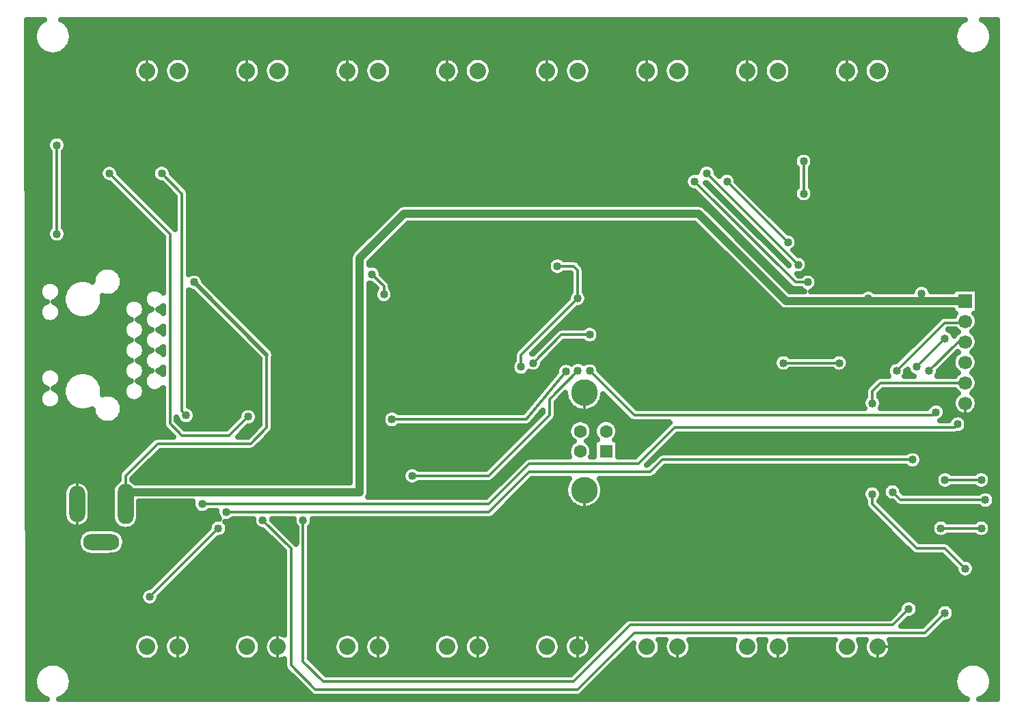
<source format=gbr>
G04 DipTrace 3.3.1.3*
G04 Bottom.gbr*
%MOIN*%
G04 #@! TF.FileFunction,Copper,L2,Bot*
G04 #@! TF.Part,Single*
G04 #@! TA.AperFunction,CopperBalancing*
%ADD14C,0.012992*%
G04 #@! TA.AperFunction,Conductor*
%ADD15C,0.03937*%
%ADD16C,0.02*%
G04 #@! TA.AperFunction,CopperBalancing*
%ADD17C,0.025*%
G04 #@! TA.AperFunction,ComponentPad*
%ADD26R,0.066929X0.066929*%
%ADD27C,0.066929*%
%ADD28O,0.07874X0.177165*%
%ADD29O,0.07874X0.19685*%
%ADD30O,0.177165X0.07874*%
%ADD32C,0.08*%
%ADD39R,0.062992X0.062992*%
%ADD40C,0.062992*%
%ADD41C,0.129921*%
G04 #@! TA.AperFunction,ViaPad*
%ADD42C,0.04*%
%FSLAX26Y26*%
G04*
G70*
G90*
G75*
G01*
G04 Bottom*
%LPD*%
X4901874Y846756D2*
D14*
X4803449Y748331D1*
X3386126D1*
X3110535Y472740D1*
X1831008D1*
X1712898Y590850D1*
Y1161717D1*
X1575102Y1299512D1*
X905811Y1378252D2*
D15*
Y1456992D1*
X925496Y1437307D1*
X2047543D1*
Y2579039D1*
X2264079Y2795575D1*
X3701087D1*
X4126283Y2370378D1*
X4787701D1*
X4999660D1*
X4527858Y2382189D2*
D14*
X4142031D1*
Y2370378D1*
D15*
X4126283D1*
X905811Y1378252D2*
D14*
Y1516047D1*
X1063291Y1673528D1*
X1516047D1*
X1594787Y1752268D1*
Y2106598D1*
D16*
X1240457Y2460929D1*
X571165Y2697150D2*
D14*
Y3130220D1*
X4787701Y2405811D2*
Y2370378D1*
X4764079Y2047543D2*
X4901874Y2185339D1*
X4882189Y1260142D2*
X5079039D1*
X4901874Y1496362D2*
X5079039D1*
X2165654Y2401874D2*
Y2441244D1*
X2106598Y2500299D1*
X4858567Y1827071D2*
X4842819Y1811323D1*
X3386126D1*
X3169591Y2027858D1*
X5000299Y1063291D2*
X4901874Y1161717D1*
X4764079D1*
X4547543Y1378252D1*
Y1426576D1*
X4999660Y1970378D2*
X4588488D1*
X4547543Y1929433D1*
Y1870378D1*
X4823134Y2027858D2*
X4965654Y2170378D1*
X4999660D1*
X4645969Y1437307D2*
X4685339Y1397937D1*
X5098724D1*
X4665654Y2027858D2*
X4901874Y2264079D1*
X4993361D1*
X4999660Y2270378D1*
X4385732Y2067228D2*
X4114472D1*
X4232583Y2460929D2*
X4226896Y2466615D1*
X4221211Y2460929D1*
X4173528D1*
X3681402Y2953055D1*
X4185732Y2547150D2*
X3740457Y2992425D1*
X4135732Y2656205D2*
X3838882Y2953055D1*
X4212898Y2894000D2*
Y3051480D1*
X1358567Y1260142D2*
X1023921Y925496D1*
X2894000Y2067228D2*
X3031795Y2205024D1*
X3169591D1*
X4134157Y2854630D2*
Y3090850D1*
X3142917Y1447406D2*
Y713783D1*
X3110614Y681480D1*
X2185339Y2795575D2*
X2165654Y2815260D1*
Y3051480D1*
X4999660Y1870378D2*
Y1752907D1*
X5138094Y1614472D1*
Y886126D1*
X4933449Y681480D1*
X4573134D1*
X4744394Y1594787D2*
X3523921D1*
X3464866Y1535732D1*
X2874315D1*
X2677465Y1338882D1*
X1397937D1*
X4964866Y1768016D2*
X4949118Y1752268D1*
X3582976D1*
X3405811Y1575102D1*
X2874315D1*
X2677465Y1378252D1*
X1279827D1*
X1201087Y1811323D2*
X1181402Y1831008D1*
Y2894000D1*
X1082976Y2992425D1*
X1503449Y1804236D2*
X1412110Y1712898D1*
X1181402D1*
X1122346Y1771953D1*
Y2697150D1*
X827071Y2992425D1*
X2834945Y2047543D2*
Y2106598D1*
X3110535Y2382189D1*
Y2519984D1*
X3090850Y2539669D1*
X3012110D1*
X3053974Y2025365D2*
X2859202Y1791638D1*
X2205024D1*
X4724709Y866441D2*
X4645969Y787701D1*
X3366441D1*
X3090850Y512110D1*
X1870378D1*
X1771953Y610535D1*
Y1299512D1*
X3112110Y2029433D2*
X2972740Y1890063D1*
Y1811323D1*
X2677465Y1516047D1*
X2303449D1*
D42*
X4901874Y846756D3*
X1575102Y1299512D3*
X4527858Y2382189D3*
X1240457Y2460929D3*
X571165Y2697150D3*
Y3130220D3*
X1240457Y2460929D3*
X4787701Y2405811D3*
X4764079Y2047543D3*
X4901874Y2185339D3*
X4882189Y1260142D3*
X5079039D3*
X4901874Y1496362D3*
X5079039D3*
X2165654Y2401874D3*
X2106598Y2500299D3*
X4858567Y1827071D3*
X3169591Y2027858D3*
X5000299Y1063291D3*
X4547543Y1426576D3*
Y1870378D3*
X4823134Y2027858D3*
X4645969Y1437307D3*
X5098724Y1397937D3*
X4665654Y2027858D3*
X4385732Y2067228D3*
X4114472D3*
X4232583Y2460929D3*
X3681402Y2953055D3*
X4185732Y2547150D3*
X3740457Y2992425D3*
X4135732Y2656205D3*
X3838882Y2953055D3*
X4212898Y2894000D3*
Y3051480D3*
X1358567Y1260142D3*
X1023921Y925496D3*
X2894000Y2067228D3*
X3169591Y2205024D3*
X4134157Y2854630D3*
Y3090850D3*
X2185339Y2795575D3*
X2165654Y3051480D3*
X4744394Y1594787D3*
X1397937Y1338882D3*
X4964866Y1768016D3*
X1279827Y1378252D3*
X1201087Y1811323D3*
X1082976Y2992425D3*
X1503449Y1804236D3*
X827071Y2992425D3*
X2834945Y2047543D3*
X3110535Y2382189D3*
X3012110Y2539669D3*
X3053974Y2025365D3*
X2205024Y1791638D3*
X4724709Y866441D3*
X1771953Y1299512D3*
X3112110Y2029433D3*
X2303449Y1516047D3*
X427804Y3719131D2*
D17*
X477887D1*
X625060D2*
X4966101D1*
X5113239D2*
X5153991D1*
X427876Y3694262D2*
X463605D1*
X639342D2*
X4951784D1*
X5127556D2*
X5153991D1*
X427912Y3669394D2*
X457935D1*
X645011D2*
X4946114D1*
X5133226D2*
X5153991D1*
X427948Y3644525D2*
X459227D1*
X643720D2*
X4947442D1*
X5131898D2*
X5153991D1*
X428020Y3619656D2*
X467875D1*
X635107D2*
X4956054D1*
X5123286D2*
X5153991D1*
X428056Y3594787D2*
X486786D1*
X616196D2*
X4974965D1*
X5104375D2*
X5153991D1*
X428092Y3569919D2*
X5153991D1*
X428163Y3545050D2*
X966629D1*
X1054665D2*
X1116625D1*
X1204661D2*
X1454116D1*
X1542152D2*
X1604112D1*
X1692148D2*
X1943684D1*
X2031792D2*
X2093680D1*
X2181788D2*
X2429089D1*
X2517161D2*
X2579085D1*
X2667193D2*
X2916576D1*
X3004684D2*
X3066572D1*
X3154680D2*
X3404099D1*
X3492170D2*
X3554094D1*
X3642166D2*
X3891585D1*
X3979693D2*
X4041581D1*
X4129689D2*
X4379072D1*
X4467180D2*
X4529104D1*
X4617176D2*
X5153991D1*
X428199Y3520181D2*
X947395D1*
X1073863D2*
X1097391D1*
X1223859D2*
X1434918D1*
X1561350D2*
X1584914D1*
X1711382D2*
X1924486D1*
X2050990D2*
X2074482D1*
X2200986D2*
X2409891D1*
X2536359D2*
X2559887D1*
X2686391D2*
X2897378D1*
X3023882D2*
X3047374D1*
X3173878D2*
X3384901D1*
X3511368D2*
X3534896D1*
X3661364D2*
X3872387D1*
X3998891D2*
X4022383D1*
X4148887D2*
X4359874D1*
X4486378D2*
X4509906D1*
X4636374D2*
X5153991D1*
X428235Y3495312D2*
X941690D1*
X1079605D2*
X1091686D1*
X1229601D2*
X1429176D1*
X1567092D2*
X1579204D1*
X1717087D2*
X1918780D1*
X2056695D2*
X2068776D1*
X2206691D2*
X2404186D1*
X2542101D2*
X2554182D1*
X2692097D2*
X2891672D1*
X3029587D2*
X3041668D1*
X3179583D2*
X3379195D1*
X3517074D2*
X3529191D1*
X3667106D2*
X3866682D1*
X4004597D2*
X4016678D1*
X4154593D2*
X4354168D1*
X4492083D2*
X4504164D1*
X4642079D2*
X5153991D1*
X428271Y3470444D2*
X945637D1*
X1075658D2*
X1095633D1*
X1225653D2*
X1433124D1*
X1563144D2*
X1583120D1*
X1713140D2*
X1922728D1*
X2052748D2*
X2072723D1*
X2202744D2*
X2408133D1*
X2538118D2*
X2558129D1*
X2688149D2*
X2895620D1*
X3025640D2*
X3045616D1*
X3175636D2*
X3383142D1*
X3513127D2*
X3533138D1*
X3663123D2*
X3870629D1*
X4000649D2*
X4020625D1*
X4150645D2*
X4358116D1*
X4488136D2*
X4508147D1*
X4638132D2*
X5153991D1*
X428343Y3445575D2*
X961641D1*
X1059617D2*
X1111637D1*
X1209613D2*
X1449128D1*
X1547140D2*
X1599160D1*
X1697136D2*
X1938768D1*
X2036708D2*
X2088764D1*
X2186704D2*
X2424173D1*
X2522113D2*
X2574169D1*
X2672109D2*
X2911660D1*
X3009600D2*
X3061656D1*
X3159596D2*
X3399182D1*
X3497087D2*
X3549178D1*
X3647118D2*
X3886669D1*
X3984609D2*
X4036665D1*
X4134605D2*
X4374156D1*
X4472096D2*
X4524152D1*
X4622092D2*
X5153991D1*
X428379Y3420706D2*
X5153991D1*
X428415Y3395837D2*
X5153991D1*
X428486Y3370969D2*
X5153991D1*
X428522Y3346100D2*
X5153991D1*
X428558Y3321231D2*
X5153991D1*
X428594Y3296362D2*
X5153991D1*
X428666Y3271493D2*
X5153991D1*
X428702Y3246625D2*
X5153991D1*
X428737Y3221756D2*
X5153991D1*
X428809Y3196887D2*
X5153991D1*
X428845Y3172018D2*
X548291D1*
X594020D2*
X5153991D1*
X428881Y3147150D2*
X525361D1*
X616950D2*
X5153991D1*
X428953Y3122281D2*
X522850D1*
X619462D2*
X5153991D1*
X428989Y3097412D2*
X535660D1*
X606651D2*
X4203204D1*
X4222593D2*
X5153991D1*
X429025Y3072543D2*
X535660D1*
X606651D2*
X4168934D1*
X4256862D2*
X5153991D1*
X429060Y3047675D2*
X535660D1*
X606651D2*
X4164054D1*
X4261743D2*
X5153991D1*
X429132Y3022806D2*
X535660D1*
X606651D2*
X789361D1*
X864766D2*
X1045287D1*
X1120656D2*
X3702763D1*
X3778167D2*
X4173814D1*
X4251982D2*
X5153991D1*
X429168Y2997937D2*
X535660D1*
X606651D2*
X778417D1*
X875747D2*
X1034307D1*
X1131637D2*
X3666771D1*
X3789112D2*
X3824267D1*
X3853524D2*
X4177403D1*
X4248394D2*
X5153991D1*
X429204Y2973068D2*
X535660D1*
X606651D2*
X782292D1*
X895591D2*
X1038218D1*
X1151481D2*
X3636951D1*
X3883344D2*
X4177403D1*
X4248394D2*
X5153991D1*
X429276Y2948199D2*
X535660D1*
X606651D2*
X810246D1*
X920458D2*
X1066136D1*
X1176349D2*
X3632681D1*
X3892889D2*
X4177403D1*
X4248394D2*
X5153991D1*
X429312Y2923331D2*
X535660D1*
X606651D2*
X847027D1*
X945326D2*
X1102917D1*
X1201216D2*
X3643159D1*
X3917757D2*
X4174317D1*
X4251480D2*
X5153991D1*
X429348Y2898462D2*
X535660D1*
X606651D2*
X871895D1*
X970194D2*
X1127785D1*
X1216575D2*
X3686830D1*
X3942625D2*
X4164126D1*
X4261671D2*
X5153991D1*
X429383Y2873593D2*
X535660D1*
X606651D2*
X896763D1*
X995062D2*
X1145907D1*
X1216898D2*
X3711698D1*
X3967492D2*
X4168611D1*
X4257185D2*
X5153991D1*
X429455Y2848724D2*
X535660D1*
X606651D2*
X921631D1*
X1019929D2*
X1145907D1*
X1216898D2*
X3736566D1*
X3992360D2*
X4199830D1*
X4225966D2*
X5153991D1*
X429491Y2823856D2*
X535660D1*
X606651D2*
X946498D1*
X1044797D2*
X1145907D1*
X1216898D2*
X2224549D1*
X3740597D2*
X3761433D1*
X4017228D2*
X5153991D1*
X429527Y2798987D2*
X535660D1*
X606651D2*
X971366D1*
X1069665D2*
X1145907D1*
X1216898D2*
X2199682D1*
X3765464D2*
X3786301D1*
X4042096D2*
X5153991D1*
X429599Y2774118D2*
X535660D1*
X606651D2*
X996234D1*
X1094533D2*
X1145907D1*
X1216898D2*
X2174814D1*
X3790332D2*
X3811169D1*
X4066963D2*
X5153991D1*
X429635Y2749249D2*
X535660D1*
X606651D2*
X1021102D1*
X1119400D2*
X1145907D1*
X1216898D2*
X2149946D1*
X2285565D2*
X3679617D1*
X3815200D2*
X3836072D1*
X4091831D2*
X5153991D1*
X429670Y2724381D2*
X530995D1*
X611352D2*
X1045969D1*
X1216898D2*
X2125079D1*
X2260697D2*
X3704485D1*
X3840068D2*
X3860940D1*
X4116699D2*
X5153991D1*
X429742Y2699512D2*
X522240D1*
X620108D2*
X1070837D1*
X1216898D2*
X2100211D1*
X2235829D2*
X3729353D1*
X3864971D2*
X3885808D1*
X4155131D2*
X5153991D1*
X429778Y2674643D2*
X527981D1*
X614330D2*
X1086841D1*
X1216898D2*
X2075343D1*
X2210961D2*
X3754221D1*
X3889839D2*
X3910676D1*
X4180896D2*
X5153991D1*
X429814Y2649774D2*
X1086841D1*
X1216898D2*
X2050475D1*
X2186094D2*
X3779088D1*
X3914707D2*
X3935543D1*
X4184269D2*
X5153991D1*
X429850Y2624906D2*
X1086841D1*
X1216898D2*
X2025608D1*
X2161226D2*
X3803956D1*
X3939574D2*
X3960411D1*
X4172606D2*
X5153991D1*
X429922Y2600037D2*
X1086841D1*
X1216898D2*
X2003934D1*
X2136358D2*
X3828824D1*
X3964442D2*
X3985279D1*
X4182008D2*
X5153991D1*
X429958Y2575168D2*
X1086841D1*
X1216898D2*
X1998874D1*
X2111491D2*
X2979589D1*
X3044623D2*
X3853692D1*
X3989310D2*
X4010147D1*
X4225320D2*
X5153991D1*
X429993Y2550299D2*
X1086841D1*
X1216898D2*
X1998874D1*
X2096204D2*
X2964338D1*
X3129381D2*
X3878559D1*
X4014178D2*
X4035014D1*
X4234614D2*
X5153991D1*
X430065Y2525430D2*
X776910D1*
X859491D2*
X1086841D1*
X1216898D2*
X1998874D1*
X2148200D2*
X2965343D1*
X3145565D2*
X3903427D1*
X4039045D2*
X4059882D1*
X4229339D2*
X5153991D1*
X430101Y2500562D2*
X752903D1*
X883534D2*
X1086841D1*
X1267279D2*
X1998874D1*
X2155592D2*
X2984469D1*
X3039743D2*
X3075041D1*
X3146032D2*
X3928295D1*
X4063913D2*
X4084750D1*
X4183049D2*
X4205787D1*
X4259374D2*
X5153991D1*
X430137Y2475693D2*
X685692D1*
X710572D2*
X743932D1*
X892505D2*
X1086841D1*
X1287051D2*
X1998874D1*
X2180352D2*
X3075041D1*
X3146032D2*
X3953163D1*
X4088781D2*
X4109618D1*
X4279182D2*
X5153991D1*
X430209Y2450824D2*
X498125D1*
X578482D2*
X630072D1*
X892289D2*
X1086841D1*
X1304670D2*
X1998874D1*
X2096204D2*
X2106921D1*
X2199730D2*
X3075041D1*
X3146032D2*
X3978030D1*
X4113649D2*
X4134485D1*
X4280474D2*
X4773583D1*
X4801836D2*
X5153991D1*
X430245Y2425955D2*
X484920D1*
X591688D2*
X610443D1*
X882780D2*
X1023434D1*
X1072823D2*
X1086841D1*
X1329538D2*
X1998874D1*
X2096204D2*
X2123392D1*
X2207911D2*
X3075041D1*
X3146032D2*
X4002898D1*
X4138516D2*
X4199436D1*
X4265726D2*
X4509690D1*
X4546053D2*
X4743296D1*
X4832086D2*
X4937215D1*
X5062104D2*
X5153991D1*
X430280Y2401087D2*
X485566D1*
X591006D2*
X600862D1*
X857446D2*
X998530D1*
X1216898D2*
X1246203D1*
X1354406D2*
X1998874D1*
X2096204D2*
X2116682D1*
X2214622D2*
X3065567D1*
X3155505D2*
X4027766D1*
X5062104D2*
X5153991D1*
X430316Y2376218D2*
X500888D1*
X575719D2*
X598314D1*
X797950D2*
X923999D1*
X972275D2*
X993614D1*
X1216898D2*
X1271071D1*
X1379274D2*
X1998874D1*
X2096204D2*
X2124397D1*
X2206942D2*
X3055412D1*
X3159129D2*
X4052633D1*
X5062104D2*
X5153991D1*
X430388Y2351349D2*
X498628D1*
X577980D2*
X602225D1*
X794038D2*
X898665D1*
X1216898D2*
X1295939D1*
X1404141D2*
X1998874D1*
X2096204D2*
X3030544D1*
X3147826D2*
X4077501D1*
X5062104D2*
X5153991D1*
X430424Y2326480D2*
X485028D1*
X591580D2*
X613565D1*
X782699D2*
X893605D1*
X1002669D2*
X1024582D1*
X1071674D2*
X1086841D1*
X1216898D2*
X1320806D1*
X1429009D2*
X1998874D1*
X2096204D2*
X3005676D1*
X3103975D2*
X4109438D1*
X5062104D2*
X5153991D1*
X430460Y2301612D2*
X485422D1*
X591149D2*
X636351D1*
X759913D2*
X901248D1*
X1216898D2*
X1345674D1*
X1453877D2*
X1998874D1*
X2096204D2*
X2980809D1*
X3079108D2*
X4945970D1*
X5053348D2*
X5153991D1*
X430532Y2276743D2*
X500314D1*
X576293D2*
X925183D1*
X971091D2*
X993578D1*
X1216898D2*
X1370542D1*
X1478745D2*
X1998874D1*
X2096204D2*
X2955941D1*
X3054240D2*
X4865374D1*
X5061781D2*
X5153991D1*
X430568Y2251874D2*
X898916D1*
X1216898D2*
X1395409D1*
X1503612D2*
X1998874D1*
X2096204D2*
X2931073D1*
X3029372D2*
X4840507D1*
X5059197D2*
X5153991D1*
X430603Y2227005D2*
X893569D1*
X1002669D2*
X1025802D1*
X1070454D2*
X1086841D1*
X1216898D2*
X1420277D1*
X1528480D2*
X1998874D1*
X2096204D2*
X2906205D1*
X3213063D2*
X4815639D1*
X4924990D2*
X4955767D1*
X5043551D2*
X5153991D1*
X430639Y2202136D2*
X900925D1*
X1216898D2*
X1445145D1*
X1553348D2*
X1998874D1*
X2096204D2*
X2881338D1*
X3218482D2*
X4790771D1*
X5053025D2*
X5153991D1*
X430711Y2177268D2*
X926475D1*
X969799D2*
X993578D1*
X1216898D2*
X1470013D1*
X1578216D2*
X1998874D1*
X2096204D2*
X2856470D1*
X3209403D2*
X4765903D1*
X5061709D2*
X5153991D1*
X430747Y2152399D2*
X899167D1*
X1216898D2*
X1494880D1*
X1603083D2*
X1998874D1*
X2096204D2*
X2831602D1*
X3028331D2*
X4741036D1*
X5059341D2*
X5153991D1*
X430783Y2127530D2*
X893569D1*
X1002705D2*
X1027130D1*
X1069127D2*
X1086841D1*
X1216898D2*
X1519748D1*
X1627198D2*
X1998874D1*
X2096204D2*
X2806950D1*
X3003464D2*
X4716168D1*
X5044090D2*
X5153991D1*
X430855Y2102661D2*
X900602D1*
X1216898D2*
X1544616D1*
X1633549D2*
X1998874D1*
X2096204D2*
X2799450D1*
X2978596D2*
X4081879D1*
X4147057D2*
X4353128D1*
X4418341D2*
X4691300D1*
X5052666D2*
X5153991D1*
X430891Y2077793D2*
X927839D1*
X968436D2*
X993578D1*
X1216898D2*
X1559293D1*
X1630284D2*
X1998874D1*
X2096204D2*
X2797153D1*
X2953728D2*
X4066700D1*
X4433520D2*
X4666432D1*
X4922227D2*
X4937681D1*
X5061673D2*
X5153991D1*
X430926Y2052924D2*
X899454D1*
X1216898D2*
X1559293D1*
X1630284D2*
X1998874D1*
X2096204D2*
X2786281D1*
X2940738D2*
X3014037D1*
X3211233D2*
X4067741D1*
X4432480D2*
X4623981D1*
X4897359D2*
X4939798D1*
X5059520D2*
X5153991D1*
X430998Y2028055D2*
X497444D1*
X579164D2*
X893569D1*
X1002705D2*
X1028601D1*
X1067691D2*
X1086841D1*
X1216898D2*
X1559293D1*
X1630284D2*
X1998874D1*
X2096204D2*
X2790228D1*
X2921540D2*
X3005066D1*
X3218589D2*
X4086939D1*
X4141997D2*
X4358187D1*
X4413282D2*
X4616661D1*
X4872492D2*
X4954690D1*
X5044628D2*
X5153991D1*
X431034Y2003186D2*
X484741D1*
X591831D2*
X632763D1*
X763501D2*
X900315D1*
X1216898D2*
X1559293D1*
X1630284D2*
X1998874D1*
X2096204D2*
X2818505D1*
X2851387D2*
X2990067D1*
X3243421D2*
X4582535D1*
X5052343D2*
X5153991D1*
X431070Y1978318D2*
X485781D1*
X590826D2*
X611771D1*
X784493D2*
X929346D1*
X966893D2*
X993542D1*
X1216898D2*
X1559293D1*
X1630284D2*
X1998874D1*
X2096204D2*
X2969326D1*
X3268289D2*
X4547261D1*
X5061601D2*
X5153991D1*
X431106Y1953449D2*
X501678D1*
X574894D2*
X601436D1*
X794828D2*
X899741D1*
X1216898D2*
X1559293D1*
X1630284D2*
X1998874D1*
X2096204D2*
X2948621D1*
X3293157D2*
X4522393D1*
X5059663D2*
X5153991D1*
X431178Y1928580D2*
X497910D1*
X578662D2*
X598278D1*
X797986D2*
X893569D1*
X1002705D2*
X1031974D1*
X1064282D2*
X1086841D1*
X1216898D2*
X1559293D1*
X1630284D2*
X1998874D1*
X2096204D2*
X2927880D1*
X3318025D2*
X4512059D1*
X4595860D2*
X4954188D1*
X5045130D2*
X5153991D1*
X431213Y1903711D2*
X484848D1*
X591723D2*
X601579D1*
X862003D2*
X900028D1*
X996246D2*
X1086841D1*
X1216898D2*
X1559293D1*
X1630284D2*
X1998874D1*
X2096204D2*
X2907138D1*
X3035544D2*
X3050711D1*
X3235132D2*
X3244593D1*
X3342892D2*
X4512059D1*
X4583014D2*
X4947334D1*
X5051984D2*
X5153991D1*
X431249Y1878843D2*
X485638D1*
X590970D2*
X612094D1*
X884467D2*
X931068D1*
X965206D2*
X1086841D1*
X1216898D2*
X1559293D1*
X1630284D2*
X1998874D1*
X2096204D2*
X2886433D1*
X3010676D2*
X3059467D1*
X3226340D2*
X3269461D1*
X3367760D2*
X4499320D1*
X4595753D2*
X4937789D1*
X5061529D2*
X5153991D1*
X431321Y1853974D2*
X501104D1*
X575504D2*
X633409D1*
X892756D2*
X1086841D1*
X1222101D2*
X1559293D1*
X1630284D2*
X1998874D1*
X2096204D2*
X2865692D1*
X3008236D2*
X3078665D1*
X3207178D2*
X3294329D1*
X3392628D2*
X4501545D1*
X4593528D2*
X4818151D1*
X4898974D2*
X4939475D1*
X5059843D2*
X5153991D1*
X431357Y1829105D2*
X744470D1*
X891966D2*
X1086841D1*
X1246538D2*
X1461652D1*
X1545238D2*
X1559293D1*
X1630284D2*
X1998874D1*
X2096204D2*
X2174993D1*
X2235040D2*
X2844987D1*
X3008236D2*
X3319197D1*
X4907515D2*
X4953685D1*
X5045633D2*
X5153991D1*
X431393Y1804236D2*
X754661D1*
X881775D2*
X1086841D1*
X1249552D2*
X1454295D1*
X1630284D2*
X1998874D1*
X2096204D2*
X2157769D1*
X3007447D2*
X3344064D1*
X4901558D2*
X4933231D1*
X4996507D2*
X5153991D1*
X431429Y1779367D2*
X781933D1*
X854503D2*
X1086841D1*
X1237352D2*
X1429428D1*
X1545238D2*
X1559293D1*
X1630284D2*
X1998874D1*
X2096204D2*
X2157697D1*
X2989935D2*
X3084909D1*
X3161175D2*
X3211257D1*
X3287559D2*
X3375427D1*
X5012440D2*
X5153991D1*
X431501Y1754499D2*
X1091865D1*
X1188944D2*
X1404560D1*
X1502859D2*
X1547881D1*
X1630284D2*
X1998874D1*
X2096204D2*
X2174563D1*
X2235506D2*
X2866769D1*
X2965068D2*
X3066428D1*
X3179619D2*
X3192812D1*
X3306003D2*
X3536045D1*
X5011866D2*
X5153991D1*
X431536Y1729630D2*
X1115513D1*
X1477991D2*
X1523014D1*
X1621277D2*
X1998874D1*
X2096204D2*
X2841901D1*
X2940200D2*
X3062696D1*
X3309771D2*
X3511177D1*
X4993601D2*
X5153991D1*
X431572Y1704761D2*
X1050168D1*
X1596445D2*
X1998874D1*
X2096204D2*
X2817033D1*
X2915332D2*
X3070232D1*
X3175815D2*
X3196616D1*
X3302200D2*
X3486309D1*
X3584608D2*
X5153991D1*
X431644Y1679892D2*
X1020491D1*
X1571577D2*
X1998874D1*
X2096204D2*
X2792166D1*
X2890464D2*
X3083581D1*
X3162502D2*
X3188901D1*
X3309879D2*
X3461441D1*
X3559740D2*
X5153991D1*
X431680Y1655024D2*
X995624D1*
X1546709D2*
X1998874D1*
X2096204D2*
X2767298D1*
X2865597D2*
X3066034D1*
X3180014D2*
X3188901D1*
X3309879D2*
X3436574D1*
X3534873D2*
X5153991D1*
X431716Y1630155D2*
X970756D1*
X1069055D2*
X1998874D1*
X2096204D2*
X2742430D1*
X2840729D2*
X3062768D1*
X3309879D2*
X3411706D1*
X3510005D2*
X4711718D1*
X4777076D2*
X5153991D1*
X431788Y1605286D2*
X945888D1*
X1044187D2*
X1998874D1*
X2096204D2*
X2717562D1*
X2815861D2*
X2858515D1*
X4792183D2*
X5153991D1*
X431824Y1580417D2*
X921021D1*
X1019319D2*
X1998874D1*
X2096204D2*
X2692695D1*
X2790993D2*
X2830490D1*
X4791106D2*
X5153991D1*
X431859Y1555549D2*
X896153D1*
X994452D2*
X1998874D1*
X2096204D2*
X2276438D1*
X2330456D2*
X2667827D1*
X2766126D2*
X2805622D1*
X3533832D2*
X4716957D1*
X4771836D2*
X5153991D1*
X431895Y1530680D2*
X873761D1*
X969584D2*
X1998874D1*
X2096204D2*
X2256809D1*
X2741258D2*
X2780754D1*
X3508964D2*
X4867994D1*
X4935755D2*
X5045190D1*
X5112916D2*
X5153991D1*
X431967Y1505811D2*
X870316D1*
X944716D2*
X1998874D1*
X2096204D2*
X2255589D1*
X2716390D2*
X2755887D1*
X3481262D2*
X4853856D1*
X5127054D2*
X5153991D1*
X432003Y1480942D2*
X628636D1*
X710536D2*
X853989D1*
X2096204D2*
X2270481D1*
X2336448D2*
X2731019D1*
X2868683D2*
X3055340D1*
X3230503D2*
X4627426D1*
X4664507D2*
X4855506D1*
X5125403D2*
X5153991D1*
X432039Y1456073D2*
X607752D1*
X731421D2*
X840173D1*
X2096204D2*
X2706151D1*
X2843815D2*
X3049383D1*
X3236460D2*
X4509116D1*
X4585992D2*
X4600944D1*
X4690989D2*
X4876176D1*
X4927574D2*
X5053336D1*
X5104734D2*
X5153991D1*
X432111Y1431205D2*
X601328D1*
X737844D2*
X837446D1*
X2095809D2*
X2681248D1*
X2818947D2*
X3050424D1*
X3235419D2*
X4498782D1*
X4701216D2*
X5063742D1*
X5133693D2*
X5153991D1*
X432146Y1406336D2*
X601221D1*
X737952D2*
X837446D1*
X2794079D2*
X3058713D1*
X3227130D2*
X4503195D1*
X4591913D2*
X4608802D1*
X432182Y1381467D2*
X601221D1*
X737952D2*
X837446D1*
X974177D2*
X1230952D1*
X2769212D2*
X3077050D1*
X3208793D2*
X4512059D1*
X4593492D2*
X4652653D1*
X5144709D2*
X5153991D1*
X432218Y1356598D2*
X601221D1*
X737952D2*
X837446D1*
X974177D2*
X1236191D1*
X2744344D2*
X3129585D1*
X3156259D2*
X4520169D1*
X4618360D2*
X5074938D1*
X5122497D2*
X5153991D1*
X432290Y1331730D2*
X601221D1*
X737952D2*
X837446D1*
X974177D2*
X1349514D1*
X2719476D2*
X4544929D1*
X4643228D2*
X5153991D1*
X432326Y1306861D2*
X605060D1*
X734112D2*
X838630D1*
X972993D2*
X1361714D1*
X2687898D2*
X4569796D1*
X4668095D2*
X5153991D1*
X432362Y1281992D2*
X620993D1*
X718179D2*
X848965D1*
X962658D2*
X1315029D1*
X1402096D2*
X1529545D1*
X1641767D2*
X1726405D1*
X1817527D2*
X4594664D1*
X4692963D2*
X4838641D1*
X5122568D2*
X5153991D1*
X432434Y1257123D2*
X720069D1*
X855329D2*
X881297D1*
X930327D2*
X1306381D1*
X1407479D2*
X1553515D1*
X1666634D2*
X1736453D1*
X1807444D2*
X4619532D1*
X4717831D2*
X4833294D1*
X5127951D2*
X5153991D1*
X432469Y1232255D2*
X682929D1*
X892469D2*
X1281513D1*
X1398256D2*
X1593203D1*
X1691502D2*
X1736453D1*
X1807444D2*
X4644400D1*
X4742698D2*
X4842480D1*
X5118729D2*
X5153991D1*
X432505Y1207386D2*
X671661D1*
X903736D2*
X1256645D1*
X1354980D2*
X1618071D1*
X1716370D2*
X1736453D1*
X1807444D2*
X4669267D1*
X4767566D2*
X5153991D1*
X432577Y1182517D2*
X671015D1*
X904418D2*
X1231778D1*
X1330112D2*
X1642939D1*
X1807444D2*
X4694135D1*
X4930229D2*
X5153991D1*
X432613Y1157648D2*
X680561D1*
X894837D2*
X1206910D1*
X1305209D2*
X1667806D1*
X1807444D2*
X4719003D1*
X4955097D2*
X5153991D1*
X432649Y1132780D2*
X709806D1*
X865592D2*
X1182042D1*
X1280341D2*
X1677423D1*
X1807444D2*
X4745737D1*
X4979965D2*
X5153991D1*
X432685Y1107911D2*
X1157174D1*
X1255473D2*
X1677423D1*
X1807444D2*
X4906534D1*
X5015849D2*
X5153991D1*
X432757Y1083042D2*
X1132307D1*
X1230605D2*
X1677423D1*
X1807444D2*
X4931401D1*
X5044879D2*
X5153991D1*
X432792Y1058173D2*
X1107439D1*
X1205738D2*
X1677423D1*
X1807444D2*
X4951604D1*
X5049006D2*
X5153991D1*
X432828Y1033304D2*
X1082571D1*
X1180870D2*
X1677423D1*
X1807444D2*
X4962262D1*
X5038312D2*
X5153991D1*
X432900Y1008436D2*
X1057703D1*
X1156002D2*
X1677423D1*
X1807444D2*
X5153991D1*
X432936Y983567D2*
X1032836D1*
X1131135D2*
X1677423D1*
X1807444D2*
X5153991D1*
X432972Y958698D2*
X988878D1*
X1106267D2*
X1677423D1*
X1807444D2*
X5153991D1*
X433044Y933829D2*
X975672D1*
X1081399D2*
X1677423D1*
X1807444D2*
X5153991D1*
X433079Y908961D2*
X977969D1*
X1069880D2*
X1677423D1*
X1807444D2*
X4703393D1*
X4746000D2*
X5153991D1*
X433115Y884092D2*
X1000289D1*
X1047560D2*
X1677423D1*
X1807444D2*
X4679207D1*
X4770222D2*
X4871654D1*
X4932095D2*
X5153991D1*
X433151Y859223D2*
X1677423D1*
X1807444D2*
X4668334D1*
X4773128D2*
X4854573D1*
X4949176D2*
X5153991D1*
X433223Y834354D2*
X1677423D1*
X1807444D2*
X4643467D1*
X4760856D2*
X4840327D1*
X4949176D2*
X5153991D1*
X433259Y809486D2*
X1677423D1*
X1807444D2*
X3339076D1*
X4716898D2*
X4815460D1*
X4932167D2*
X5153991D1*
X433295Y784617D2*
X1677423D1*
X1807444D2*
X3314209D1*
X4692030D2*
X4790592D1*
X4888891D2*
X5153991D1*
X433367Y759748D2*
X1677423D1*
X1807444D2*
X3289341D1*
X4864023D2*
X5153991D1*
X433402Y734879D2*
X968495D1*
X1052728D2*
X1118491D1*
X1202723D2*
X1456018D1*
X1540250D2*
X1606014D1*
X1807444D2*
X1945622D1*
X2029854D2*
X2095618D1*
X2179850D2*
X2431027D1*
X2515259D2*
X2581023D1*
X2665255D2*
X2918478D1*
X3002746D2*
X3068510D1*
X3152742D2*
X3264473D1*
X4839155D2*
X5153991D1*
X433438Y710010D2*
X948041D1*
X1073182D2*
X1098037D1*
X1223177D2*
X1435564D1*
X1560704D2*
X1585560D1*
X1807444D2*
X1925168D1*
X2050308D2*
X2075164D1*
X2200304D2*
X2410573D1*
X2535677D2*
X2560569D1*
X2685709D2*
X2898060D1*
X3023164D2*
X3048056D1*
X3173160D2*
X3239605D1*
X3510687D2*
X3535578D1*
X3660683D2*
X3873069D1*
X3998173D2*
X4023065D1*
X4148169D2*
X4360592D1*
X4485696D2*
X4510587D1*
X4635692D2*
X5153991D1*
X433474Y685142D2*
X941726D1*
X1079497D2*
X1091722D1*
X1229493D2*
X1429248D1*
X1567020D2*
X1579271D1*
X1807444D2*
X1918852D1*
X2056624D2*
X2068848D1*
X2206619D2*
X2404257D1*
X2542029D2*
X2554253D1*
X2692025D2*
X2891708D1*
X3029516D2*
X3041740D1*
X3179512D2*
X3214738D1*
X3517038D2*
X3529227D1*
X3667034D2*
X3866717D1*
X4004489D2*
X4016713D1*
X4154521D2*
X4354240D1*
X4492012D2*
X4504236D1*
X4642007D2*
X5153991D1*
X433546Y660273D2*
X945099D1*
X1076124D2*
X1095095D1*
X1226120D2*
X1432621D1*
X1563647D2*
X1582617D1*
X1807444D2*
X1922225D1*
X2053250D2*
X2072221D1*
X2203246D2*
X2407631D1*
X2538656D2*
X2557626D1*
X2688652D2*
X2895081D1*
X3026143D2*
X3045077D1*
X3176138D2*
X3189870D1*
X3347234D2*
X3382604D1*
X3513665D2*
X3532600D1*
X3663661D2*
X3870091D1*
X4001116D2*
X4020087D1*
X4151148D2*
X4357613D1*
X4488638D2*
X4507609D1*
X4638670D2*
X5153991D1*
X433582Y635404D2*
X960170D1*
X1061053D2*
X1110166D1*
X1211049D2*
X1447693D1*
X1548575D2*
X1597689D1*
X1807444D2*
X1937297D1*
X2038179D2*
X2087292D1*
X2188175D2*
X2422702D1*
X2523585D2*
X2572698D1*
X2673580D2*
X2910189D1*
X3011071D2*
X3060185D1*
X3322366D2*
X3397711D1*
X3498558D2*
X3547707D1*
X3648590D2*
X3885162D1*
X3986045D2*
X4035158D1*
X4136040D2*
X4372685D1*
X4473567D2*
X4522680D1*
X4623563D2*
X5153991D1*
X433618Y610535D2*
X1677423D1*
X1821116D2*
X3140134D1*
X3297499D2*
X5153991D1*
X433689Y585667D2*
X494788D1*
X608194D2*
X1677818D1*
X1845983D2*
X3115267D1*
X3272631D2*
X4982967D1*
X5096373D2*
X5153991D1*
X433725Y560798D2*
X471679D1*
X631304D2*
X1693786D1*
X1870851D2*
X3090399D1*
X3247763D2*
X4959857D1*
X5119482D2*
X5153991D1*
X433761Y535929D2*
X460770D1*
X642177D2*
X1718654D1*
X3222860D2*
X4948949D1*
X5130391D2*
X5153991D1*
X433833Y511060D2*
X457612D1*
X645334D2*
X1743522D1*
X3197992D2*
X4945791D1*
X5133549D2*
X5153991D1*
X433869Y486192D2*
X461380D1*
X641602D2*
X1768390D1*
X3173124D2*
X4949559D1*
X5129781D2*
X5153991D1*
X433905Y461323D2*
X473006D1*
X629940D2*
X1793257D1*
X3148256D2*
X4961221D1*
X5118119D2*
X5153991D1*
X433941Y436454D2*
X497731D1*
X605216D2*
X4985945D1*
X5093395D2*
X5153991D1*
X4948890Y2430335D2*
X5059617D1*
Y2310421D1*
X5044294D1*
X5048166Y2305620D1*
X5053082Y2297598D1*
X5056682Y2288906D1*
X5058879Y2279757D1*
X5059617Y2270378D1*
X5058879Y2260999D1*
X5056682Y2251850D1*
X5053082Y2243158D1*
X5048166Y2235136D1*
X5042056Y2227982D1*
X5034902Y2221872D1*
X5032715Y2220411D1*
X5038599Y2215969D1*
X5045252Y2209317D1*
X5050782Y2201705D1*
X5055053Y2193322D1*
X5057960Y2184375D1*
X5059432Y2175082D1*
Y2165674D1*
X5057960Y2156381D1*
X5055053Y2147434D1*
X5050782Y2139051D1*
X5045252Y2131439D1*
X5038599Y2124787D1*
X5032715Y2120411D1*
X5038599Y2115969D1*
X5045252Y2109317D1*
X5050782Y2101705D1*
X5055053Y2093322D1*
X5057960Y2084375D1*
X5059432Y2075082D1*
Y2065674D1*
X5057960Y2056381D1*
X5055053Y2047434D1*
X5050782Y2039051D1*
X5045252Y2031439D1*
X5038599Y2024787D1*
X5032715Y2020411D1*
X5038599Y2015969D1*
X5045252Y2009317D1*
X5050782Y2001705D1*
X5055053Y1993322D1*
X5057960Y1984375D1*
X5059432Y1975082D1*
Y1965674D1*
X5057960Y1956381D1*
X5055053Y1947434D1*
X5050782Y1939051D1*
X5045252Y1931439D1*
X5038599Y1924787D1*
X5032715Y1920411D1*
X5038809Y1915789D1*
X5044067Y1910662D1*
X5048660Y1904930D1*
X5052517Y1898680D1*
X5055580Y1892005D1*
X5057805Y1885006D1*
X5059157Y1877787D1*
X5059617Y1870378D1*
X5059167Y1863047D1*
X5057824Y1855827D1*
X5055609Y1848824D1*
X5052554Y1842145D1*
X5048705Y1835890D1*
X5044120Y1830152D1*
X5038868Y1825018D1*
X5033028Y1820565D1*
X5026687Y1816858D1*
X5019941Y1813955D1*
X5012890Y1811899D1*
X5005641Y1810720D1*
X4998302Y1810437D1*
X4990983Y1811052D1*
X4983795Y1812558D1*
X4976845Y1814932D1*
X4970237Y1818138D1*
X4964070Y1822127D1*
X4958438Y1826841D1*
X4953424Y1832207D1*
X4949104Y1838147D1*
X4945542Y1844570D1*
X4942793Y1851380D1*
X4940897Y1858476D1*
X4939882Y1865750D1*
X4939765Y1873094D1*
X4940546Y1880396D1*
X4942215Y1887549D1*
X4944745Y1894444D1*
X4948100Y1900977D1*
X4952228Y1907052D1*
X4957068Y1912576D1*
X4962547Y1917467D1*
X4966579Y1920376D1*
X4960721Y1924787D1*
X4954069Y1931439D1*
X4949652Y1937384D1*
X4602171Y1937390D1*
X4580528Y1915766D1*
X4580532Y1903130D1*
X4585156Y1897705D1*
X4588968Y1891485D1*
X4591760Y1884745D1*
X4593463Y1877651D1*
X4594035Y1870378D1*
X4593463Y1863105D1*
X4591760Y1856011D1*
X4588968Y1849271D1*
X4586004Y1844319D1*
X4815357Y1844311D1*
X4818926Y1851363D1*
X4823214Y1857265D1*
X4828373Y1862424D1*
X4834275Y1866712D1*
X4840775Y1870024D1*
X4847714Y1872278D1*
X4854919Y1873420D1*
X4862215D1*
X4869420Y1872278D1*
X4876359Y1870024D1*
X4882859Y1866712D1*
X4888761Y1862424D1*
X4893920Y1857265D1*
X4898208Y1851363D1*
X4901520Y1844863D1*
X4903774Y1837924D1*
X4904916Y1830719D1*
Y1823423D1*
X4903774Y1816217D1*
X4901520Y1809279D1*
X4898208Y1802779D1*
X4893920Y1796877D1*
X4888761Y1791718D1*
X4882859Y1787430D1*
X4878832Y1785258D1*
X4921708Y1785256D1*
X4925225Y1792308D1*
X4929513Y1798210D1*
X4934672Y1803369D1*
X4940574Y1807657D1*
X4947074Y1810969D1*
X4954013Y1813223D1*
X4961218Y1814365D1*
X4968514D1*
X4975720Y1813223D1*
X4982658Y1810969D1*
X4989158Y1807657D1*
X4995060Y1803369D1*
X5000219Y1798210D1*
X5004507Y1792308D1*
X5007819Y1785808D1*
X5010074Y1778869D1*
X5011215Y1771663D1*
Y1764368D1*
X5010074Y1757162D1*
X5007819Y1750224D1*
X5004507Y1743724D1*
X5000219Y1737822D1*
X4995060Y1732663D1*
X4989158Y1728375D1*
X4982658Y1725063D1*
X4975720Y1722808D1*
X4968514Y1721667D1*
X4961432Y1721659D1*
X4956819Y1720191D1*
X4951706Y1719381D1*
X4884814Y1719279D1*
X3596607D1*
X3446066Y1568705D1*
X3454531Y1572050D1*
X3502497Y1619872D1*
X3506685Y1622915D1*
X3511297Y1625265D1*
X3516220Y1626864D1*
X3521333Y1627674D1*
X3588226Y1627776D1*
X4711652D1*
X4717066Y1632400D1*
X4723287Y1636212D1*
X4730027Y1639004D1*
X4737121Y1640707D1*
X4744394Y1641280D1*
X4751667Y1640707D1*
X4758761Y1639004D1*
X4765501Y1636212D1*
X4771721Y1632400D1*
X4777269Y1627662D1*
X4782007Y1622115D1*
X4785818Y1615894D1*
X4788610Y1609154D1*
X4790313Y1602060D1*
X4790886Y1594787D1*
X4790313Y1587514D1*
X4788610Y1580421D1*
X4785818Y1573680D1*
X4782007Y1567460D1*
X4777269Y1561913D1*
X4771721Y1557174D1*
X4765501Y1553363D1*
X4758761Y1550571D1*
X4751667Y1548868D1*
X4744394Y1548295D1*
X4737121Y1548868D1*
X4730027Y1550571D1*
X4723287Y1553363D1*
X4717066Y1557174D1*
X4711634Y1561806D1*
X3537573Y1561799D1*
X3486290Y1510648D1*
X3482102Y1507605D1*
X3477490Y1505255D1*
X3472567Y1503655D1*
X3467454Y1502846D1*
X3400562Y1502744D1*
X3215722D1*
X3220518Y1495797D1*
X3224980Y1487771D1*
X3228614Y1479338D1*
X3231384Y1470583D1*
X3233263Y1461595D1*
X3234230Y1452464D1*
X3234296Y1443732D1*
X3233467Y1434587D1*
X3231725Y1425571D1*
X3229088Y1416776D1*
X3225582Y1408289D1*
X3221243Y1400196D1*
X3216114Y1392580D1*
X3210247Y1385516D1*
X3203701Y1379076D1*
X3196543Y1373325D1*
X3188844Y1368321D1*
X3180682Y1364114D1*
X3172139Y1360747D1*
X3163301Y1358253D1*
X3154258Y1356659D1*
X3145101Y1355979D1*
X3135922Y1356221D1*
X3126813Y1357382D1*
X3117866Y1359451D1*
X3109173Y1362406D1*
X3100819Y1366218D1*
X3092890Y1370849D1*
X3085465Y1376252D1*
X3078619Y1382372D1*
X3072422Y1389148D1*
X3066935Y1396511D1*
X3062214Y1404387D1*
X3058307Y1412697D1*
X3055253Y1421356D1*
X3053083Y1430279D1*
X3051818Y1439374D1*
X3051472Y1448550D1*
X3052047Y1457714D1*
X3053539Y1466775D1*
X3055932Y1475640D1*
X3059202Y1484220D1*
X3063316Y1492430D1*
X3068232Y1500185D1*
X3070115Y1502747D1*
X2887956Y1502744D1*
X2698889Y1313797D1*
X2694701Y1310755D1*
X2690089Y1308405D1*
X2685166Y1306805D1*
X2680053Y1305995D1*
X2613160Y1305894D1*
X1818002D1*
X1818445Y1299512D1*
X1817872Y1292239D1*
X1816169Y1285145D1*
X1813378Y1278405D1*
X1809566Y1272184D1*
X1804934Y1266752D1*
X1804941Y624207D1*
X1884062Y545078D1*
X3077199Y545099D1*
X3345017Y812785D1*
X3349205Y815828D1*
X3353817Y818178D1*
X3358740Y819778D1*
X3363853Y820587D1*
X3430745Y820689D1*
X4632327D1*
X4678237Y866621D1*
X4678789Y873714D1*
X4680492Y880808D1*
X4683284Y887548D1*
X4687096Y893768D1*
X4691834Y899316D1*
X4697381Y904054D1*
X4703602Y907866D1*
X4710342Y910658D1*
X4717436Y912361D1*
X4724709Y912933D1*
X4731982Y912361D1*
X4739076Y910658D1*
X4745816Y907866D1*
X4752036Y904054D1*
X4757584Y899316D1*
X4762322Y893768D1*
X4766133Y887548D1*
X4768925Y880808D1*
X4770628Y873714D1*
X4771201Y866441D1*
X4770628Y859168D1*
X4768925Y852074D1*
X4766133Y845334D1*
X4762322Y839114D1*
X4757584Y833566D1*
X4752036Y828828D1*
X4745816Y825016D1*
X4739076Y822224D1*
X4731982Y820521D1*
X4724865Y819955D1*
X4686249Y781329D1*
X4789808Y781319D1*
X4855407Y846941D1*
X4855954Y854029D1*
X4857657Y861123D1*
X4860449Y867863D1*
X4864261Y874083D1*
X4868999Y879631D1*
X4874547Y884369D1*
X4880767Y888181D1*
X4887507Y890973D1*
X4894601Y892676D1*
X4901874Y893248D1*
X4909147Y892676D1*
X4916241Y890973D1*
X4922981Y888181D1*
X4929201Y884369D1*
X4934749Y879631D1*
X4939487Y874083D1*
X4943299Y867863D1*
X4946091Y861123D1*
X4947794Y854029D1*
X4948366Y846756D1*
X4947794Y839483D1*
X4946091Y832389D1*
X4943299Y825649D1*
X4939487Y819429D1*
X4934749Y813881D1*
X4929201Y809143D1*
X4922981Y805331D1*
X4916241Y802539D1*
X4909147Y800836D1*
X4902031Y800270D1*
X4824873Y723246D1*
X4820685Y720204D1*
X4816073Y717854D1*
X4811150Y716254D1*
X4806037Y715444D1*
X4739144Y715342D1*
X4630379D1*
X4634437Y707233D1*
X4636903Y700314D1*
X4638591Y693165D1*
X4639481Y685874D1*
X4639524Y677808D1*
X4638714Y670507D1*
X4637104Y663341D1*
X4634713Y656395D1*
X4631570Y649756D1*
X4627714Y643504D1*
X4623192Y637716D1*
X4618060Y632461D1*
X4612379Y627805D1*
X4606219Y623804D1*
X4599655Y620506D1*
X4592768Y617953D1*
X4585641Y616175D1*
X4578361Y615194D1*
X4571018Y615022D1*
X4563701Y615661D1*
X4556498Y617103D1*
X4549499Y619331D1*
X4542788Y622317D1*
X4536447Y626025D1*
X4530554Y630410D1*
X4525181Y635418D1*
X4520393Y640988D1*
X4516248Y647053D1*
X4512798Y653537D1*
X4510084Y660363D1*
X4508140Y667446D1*
X4506988Y674701D1*
X4506644Y682038D1*
X4507111Y689368D1*
X4508384Y696603D1*
X4510447Y703652D1*
X4513275Y710431D1*
X4515912Y715343D1*
X4480383Y715342D1*
X4484565Y706926D1*
X4487789Y697003D1*
X4489421Y686697D1*
Y676263D1*
X4487789Y665958D1*
X4484565Y656035D1*
X4479828Y646738D1*
X4473695Y638297D1*
X4466317Y630919D1*
X4457876Y624786D1*
X4448579Y620050D1*
X4438656Y616825D1*
X4428351Y615193D1*
X4417917D1*
X4407612Y616825D1*
X4397688Y620050D1*
X4388392Y624786D1*
X4379951Y630919D1*
X4372573Y638297D1*
X4366440Y646738D1*
X4361703Y656035D1*
X4358479Y665958D1*
X4356847Y676263D1*
Y686697D1*
X4358479Y697003D1*
X4361703Y706926D1*
X4365952Y715350D1*
X4142857Y715342D1*
X4146917Y707233D1*
X4149383Y700314D1*
X4151072Y693165D1*
X4151961Y685874D1*
X4152005Y677808D1*
X4151195Y670507D1*
X4149584Y663341D1*
X4147193Y656395D1*
X4144050Y649756D1*
X4140195Y643504D1*
X4135673Y637716D1*
X4130540Y632461D1*
X4124859Y627805D1*
X4118699Y623804D1*
X4112135Y620506D1*
X4105248Y617953D1*
X4098121Y616175D1*
X4090842Y615194D1*
X4083498Y615022D1*
X4076181Y615661D1*
X4068979Y617103D1*
X4061979Y619331D1*
X4055268Y622317D1*
X4048928Y626025D1*
X4043035Y630410D1*
X4037661Y635418D1*
X4032873Y640988D1*
X4028729Y647053D1*
X4025279Y653537D1*
X4022565Y660363D1*
X4020620Y667446D1*
X4019469Y674701D1*
X4019124Y682038D1*
X4019592Y689368D1*
X4020865Y696603D1*
X4022928Y703652D1*
X4025756Y710431D1*
X4028392Y715343D1*
X3992861Y715342D1*
X3997045Y706926D1*
X4000269Y697003D1*
X4001901Y686697D1*
Y676263D1*
X4000269Y665958D1*
X3997045Y656035D1*
X3992308Y646738D1*
X3986175Y638297D1*
X3978797Y630919D1*
X3970356Y624786D1*
X3961060Y620050D1*
X3951136Y616825D1*
X3940831Y615193D1*
X3930397D1*
X3920092Y616825D1*
X3910169Y620050D1*
X3900872Y624786D1*
X3892431Y630919D1*
X3885053Y638297D1*
X3878920Y646738D1*
X3874183Y656035D1*
X3870959Y665958D1*
X3869327Y676263D1*
Y686697D1*
X3870959Y697003D1*
X3874183Y706926D1*
X3878432Y715350D1*
X3655334Y715342D1*
X3658702Y708916D1*
X3661358Y702068D1*
X3663243Y694969D1*
X3664334Y687705D1*
X3664601Y679643D1*
X3663992Y672323D1*
X3662581Y665115D1*
X3660382Y658106D1*
X3657424Y651383D1*
X3653743Y645027D1*
X3649382Y639115D1*
X3644397Y633721D1*
X3638847Y628910D1*
X3632800Y624740D1*
X3626330Y621262D1*
X3619516Y618520D1*
X3612440Y616546D1*
X3605191Y615364D1*
X3597855Y614989D1*
X3590523Y615425D1*
X3583283Y616668D1*
X3576225Y618701D1*
X3569434Y621501D1*
X3562993Y625033D1*
X3556982Y629253D1*
X3551472Y634111D1*
X3546532Y639547D1*
X3542221Y645494D1*
X3538593Y651881D1*
X3535692Y658629D1*
X3533552Y665656D1*
X3532201Y672876D1*
X3531654Y680201D1*
X3531919Y687541D1*
X3532991Y694808D1*
X3534859Y701912D1*
X3537498Y708767D1*
X3540912Y715343D1*
X3505338Y715342D1*
X3509565Y706926D1*
X3512789Y697003D1*
X3514421Y686697D1*
Y676263D1*
X3512789Y665958D1*
X3509565Y656035D1*
X3504828Y646738D1*
X3498695Y638297D1*
X3491317Y630919D1*
X3482876Y624786D1*
X3473579Y620050D1*
X3463656Y616825D1*
X3453351Y615193D1*
X3442917D1*
X3432612Y616825D1*
X3422688Y620050D1*
X3413392Y624786D1*
X3404951Y630919D1*
X3397573Y638297D1*
X3391440Y646738D1*
X3386703Y656035D1*
X3383479Y665958D1*
X3381847Y676263D1*
Y686697D1*
X3383479Y697003D1*
X3384271Y699809D1*
X3131960Y447656D1*
X3127772Y444613D1*
X3123160Y442263D1*
X3118236Y440663D1*
X3113124Y439854D1*
X3046231Y439752D1*
X1828420Y439854D1*
X1823307Y440663D1*
X1818384Y442263D1*
X1813772Y444613D1*
X1809584Y447656D1*
X1762212Y494884D1*
X1687813Y569426D1*
X1684770Y573614D1*
X1682420Y578226D1*
X1680821Y583149D1*
X1680011Y588262D1*
X1679909Y623039D1*
X1672960Y619797D1*
X1666005Y617435D1*
X1658832Y615854D1*
X1651528Y615075D1*
X1644183Y615106D1*
X1636886Y615946D1*
X1629726Y617587D1*
X1622791Y620007D1*
X1616165Y623178D1*
X1609929Y627060D1*
X1604160Y631606D1*
X1598927Y636760D1*
X1594294Y642461D1*
X1590319Y648638D1*
X1587049Y655215D1*
X1584525Y662113D1*
X1582777Y669247D1*
X1581826Y676531D1*
X1581685Y683875D1*
X1582354Y691189D1*
X1583827Y698386D1*
X1586084Y705376D1*
X1589098Y712074D1*
X1592833Y718399D1*
X1597242Y724274D1*
X1602273Y729626D1*
X1607863Y734391D1*
X1613945Y738510D1*
X1620444Y741933D1*
X1627281Y744618D1*
X1634372Y746533D1*
X1641632Y747654D1*
X1648970Y747967D1*
X1656299Y747469D1*
X1663528Y746166D1*
X1670568Y744073D1*
X1677336Y741217D1*
X1679915Y739878D1*
X1679909Y1148024D1*
X1574957Y1253004D1*
X1567829Y1253592D1*
X1560736Y1255295D1*
X1553995Y1258087D1*
X1547775Y1261899D1*
X1542227Y1266637D1*
X1537489Y1272184D1*
X1533678Y1278405D1*
X1530886Y1285145D1*
X1529183Y1292239D1*
X1528610Y1299512D1*
X1529077Y1305893D1*
X1430669Y1305894D1*
X1425264Y1301269D1*
X1419044Y1297457D1*
X1412304Y1294665D1*
X1405210Y1292962D1*
X1397937Y1292390D1*
X1391613Y1292850D1*
X1396180Y1287469D1*
X1399992Y1281249D1*
X1402784Y1274509D1*
X1404487Y1267415D1*
X1405059Y1260142D1*
X1404487Y1252869D1*
X1402784Y1245775D1*
X1399992Y1239035D1*
X1396180Y1232814D1*
X1391442Y1227267D1*
X1385894Y1222529D1*
X1379674Y1218717D1*
X1372934Y1215925D1*
X1365840Y1214222D1*
X1358724Y1213656D1*
X1070428Y925350D1*
X1069841Y918223D1*
X1068138Y911129D1*
X1065346Y904389D1*
X1061534Y898169D1*
X1056796Y892621D1*
X1051249Y887883D1*
X1045028Y884071D1*
X1038288Y881279D1*
X1031194Y879576D1*
X1023921Y879004D1*
X1016648Y879576D1*
X1009554Y881279D1*
X1002814Y884071D1*
X996594Y887883D1*
X991046Y892621D1*
X986308Y898169D1*
X982496Y904389D1*
X979705Y911129D1*
X978002Y918223D1*
X977429Y925496D1*
X978002Y932769D1*
X979705Y939863D1*
X982496Y946603D1*
X986308Y952823D1*
X991046Y958371D1*
X996594Y963109D1*
X1002814Y966921D1*
X1009554Y969713D1*
X1016648Y971416D1*
X1023765Y971982D1*
X1312060Y1260288D1*
X1312647Y1267415D1*
X1314350Y1274509D1*
X1317142Y1281249D1*
X1320954Y1287469D1*
X1325692Y1293017D1*
X1331240Y1297755D1*
X1337460Y1301567D1*
X1344200Y1304358D1*
X1351294Y1306061D1*
X1358567Y1306634D1*
X1364891Y1306174D1*
X1360324Y1311555D1*
X1356512Y1317775D1*
X1353720Y1324515D1*
X1352017Y1331609D1*
X1351445Y1338882D1*
X1351912Y1345263D1*
X1312610Y1345264D1*
X1307154Y1340639D1*
X1300934Y1336827D1*
X1294194Y1334035D1*
X1287100Y1332332D1*
X1279827Y1331760D1*
X1272554Y1332332D1*
X1265460Y1334035D1*
X1258720Y1336827D1*
X1252499Y1340639D1*
X1246952Y1345377D1*
X1242214Y1350925D1*
X1238402Y1357145D1*
X1235610Y1363885D1*
X1233907Y1370979D1*
X1233335Y1378252D1*
X1233907Y1385525D1*
X1235188Y1391123D1*
X971700Y1391130D1*
X971637Y1319197D1*
X970862Y1308894D1*
X968450Y1298844D1*
X964495Y1289296D1*
X959095Y1280484D1*
X952383Y1272625D1*
X944524Y1265913D1*
X935712Y1260513D1*
X926164Y1256558D1*
X916114Y1254146D1*
X905811Y1253335D1*
X895508Y1254146D1*
X885458Y1256558D1*
X875910Y1260513D1*
X867098Y1265913D1*
X859239Y1272625D1*
X852527Y1280484D1*
X847127Y1289296D1*
X843172Y1298844D1*
X840760Y1308894D1*
X839950Y1319217D1*
X840152Y1442475D1*
X841769Y1452682D1*
X844962Y1462511D1*
X849654Y1471720D1*
X855729Y1480081D1*
X863037Y1487389D1*
X871398Y1493464D1*
X872826Y1494263D1*
X872924Y1518635D1*
X873734Y1523748D1*
X875334Y1528671D1*
X877684Y1533284D1*
X880727Y1537471D1*
X927955Y1584844D1*
X1041867Y1698612D1*
X1046055Y1701655D1*
X1050667Y1704005D1*
X1055590Y1705604D1*
X1060703Y1706414D1*
X1127596Y1706516D1*
X1141124D1*
X1097262Y1750529D1*
X1094219Y1754716D1*
X1091869Y1759329D1*
X1090270Y1764252D1*
X1089460Y1769365D1*
X1089358Y1836257D1*
Y1947032D1*
X1084963Y1942015D1*
X1078749Y1936707D1*
X1071780Y1932437D1*
X1064230Y1929309D1*
X1056283Y1927401D1*
X1048135Y1926760D1*
X1039988Y1927401D1*
X1032041Y1929309D1*
X1024490Y1932437D1*
X1017522Y1936707D1*
X1011307Y1942015D1*
X1005999Y1948229D1*
X1001729Y1955197D1*
X998602Y1962748D1*
X996694Y1970695D1*
X996052Y1978843D1*
X996694Y1986990D1*
X998602Y1994937D1*
X1001729Y2002488D1*
X1005999Y2009456D1*
X1011307Y2015671D1*
X1017522Y2020978D1*
X1024490Y2025249D1*
X1032041Y2028376D1*
X1033624Y2028823D1*
X1028204Y2030724D1*
X1020922Y2034435D1*
X1014310Y2039239D1*
X1008531Y2045018D1*
X1003727Y2051629D1*
X1000017Y2058911D1*
X997492Y2066684D1*
X996213Y2074756D1*
Y2082929D1*
X997492Y2091001D1*
X1000017Y2098774D1*
X1003727Y2106056D1*
X1008531Y2112668D1*
X1014310Y2118446D1*
X1020922Y2123250D1*
X1028204Y2126961D1*
X1033624Y2128823D1*
X1028204Y2130724D1*
X1020922Y2134435D1*
X1014310Y2139239D1*
X1008531Y2145018D1*
X1003727Y2151629D1*
X1000017Y2158911D1*
X997492Y2166684D1*
X996213Y2174756D1*
Y2182929D1*
X997492Y2191001D1*
X1000017Y2198774D1*
X1003727Y2206056D1*
X1008531Y2212668D1*
X1014310Y2218446D1*
X1020922Y2223250D1*
X1028204Y2226961D1*
X1033624Y2228823D1*
X1028204Y2230724D1*
X1020922Y2234435D1*
X1014310Y2239239D1*
X1008531Y2245018D1*
X1003727Y2251629D1*
X1000017Y2258911D1*
X997492Y2266684D1*
X996213Y2274756D1*
Y2282929D1*
X997492Y2291001D1*
X1000017Y2298774D1*
X1003727Y2306056D1*
X1008531Y2312668D1*
X1014310Y2318446D1*
X1020922Y2323250D1*
X1028204Y2326961D1*
X1033624Y2328823D1*
X1028204Y2330724D1*
X1020922Y2334435D1*
X1014310Y2339239D1*
X1008531Y2345018D1*
X1003727Y2351629D1*
X1000017Y2358911D1*
X997492Y2366684D1*
X996213Y2374756D1*
Y2382929D1*
X997492Y2391001D1*
X1000017Y2398774D1*
X1003727Y2406056D1*
X1008531Y2412668D1*
X1014310Y2418446D1*
X1020922Y2423250D1*
X1028204Y2426961D1*
X1035977Y2429486D1*
X1044049Y2430765D1*
X1052222D1*
X1060294Y2429486D1*
X1068066Y2426961D1*
X1075348Y2423250D1*
X1081960Y2418446D1*
X1087739Y2412668D1*
X1089351Y2410623D1*
X1089358Y2683519D1*
X826935Y2945908D1*
X819798Y2946505D1*
X812704Y2948209D1*
X805964Y2951000D1*
X799743Y2954812D1*
X794196Y2959550D1*
X789458Y2965098D1*
X785646Y2971318D1*
X782854Y2978058D1*
X781151Y2985152D1*
X780579Y2992425D1*
X781151Y2999698D1*
X782854Y3006792D1*
X785646Y3013532D1*
X789458Y3019753D1*
X794196Y3025300D1*
X799743Y3030038D1*
X805964Y3033850D1*
X812704Y3036642D1*
X819798Y3038345D1*
X827071Y3038917D1*
X834344Y3038345D1*
X841438Y3036642D1*
X848178Y3033850D1*
X854398Y3030038D1*
X859946Y3025300D1*
X864684Y3019753D1*
X868496Y3013532D1*
X871288Y3006792D1*
X872991Y2999698D1*
X873557Y2992582D1*
X1147437Y2718566D1*
X1148413Y2722084D1*
Y2880369D1*
X1082791Y2945958D1*
X1075703Y2946505D1*
X1068610Y2948209D1*
X1061869Y2951000D1*
X1055649Y2954812D1*
X1050101Y2959550D1*
X1045363Y2965098D1*
X1041552Y2971318D1*
X1038760Y2978058D1*
X1037057Y2985152D1*
X1036484Y2992425D1*
X1037057Y2999698D1*
X1038760Y3006792D1*
X1041552Y3013532D1*
X1045363Y3019753D1*
X1050101Y3025300D1*
X1055649Y3030038D1*
X1061869Y3033850D1*
X1068610Y3036642D1*
X1075703Y3038345D1*
X1082976Y3038917D1*
X1090249Y3038345D1*
X1097343Y3036642D1*
X1104083Y3033850D1*
X1110304Y3030038D1*
X1115851Y3025300D1*
X1120589Y3019753D1*
X1124401Y3013532D1*
X1127193Y3006792D1*
X1128896Y2999698D1*
X1129462Y2992582D1*
X1206486Y2915424D1*
X1209529Y2911236D1*
X1211879Y2906624D1*
X1213478Y2901701D1*
X1214288Y2896588D1*
X1214390Y2829696D1*
Y2499453D1*
X1219350Y2502354D1*
X1226090Y2505146D1*
X1233184Y2506849D1*
X1240457Y2507421D1*
X1247730Y2506849D1*
X1254824Y2505146D1*
X1261564Y2502354D1*
X1267784Y2498542D1*
X1273332Y2493804D1*
X1278070Y2488257D1*
X1281881Y2482036D1*
X1284673Y2475296D1*
X1286376Y2468202D1*
X1286589Y2466404D1*
X1622536Y2130298D1*
X1625902Y2125666D1*
X1628502Y2120563D1*
X1630271Y2115117D1*
X1631167Y2109462D1*
Y2103735D1*
X1630271Y2098079D1*
X1628502Y2092633D1*
X1627775Y2091058D1*
X1627674Y1749679D1*
X1626864Y1744567D1*
X1625265Y1739644D1*
X1622915Y1735031D1*
X1619872Y1730844D1*
X1572644Y1683471D1*
X1537471Y1648443D1*
X1533284Y1645400D1*
X1528671Y1643050D1*
X1523748Y1641451D1*
X1518635Y1640641D1*
X1451743Y1640539D1*
X1076932D1*
X938814Y1502398D1*
X938799Y1494337D1*
X944524Y1490591D1*
X952383Y1483879D1*
X953055Y1483484D1*
X2001340D1*
X2001366Y2579039D1*
X2001935Y2586263D1*
X2003626Y2593309D1*
X2006399Y2600003D1*
X2010185Y2606182D1*
X2014901Y2611701D1*
X2234089Y2830688D1*
X2239951Y2834947D1*
X2246408Y2838237D1*
X2253299Y2840476D1*
X2260456Y2841610D1*
X2291638Y2841752D1*
X3704710Y2841610D1*
X3711866Y2840476D1*
X3718758Y2838237D1*
X3725214Y2834947D1*
X3731076Y2830688D1*
X3753226Y2808740D1*
X4145431Y2416535D1*
X4218216Y2416712D1*
X4211476Y2419504D1*
X4205255Y2423316D1*
X4199823Y2427948D1*
X4170939Y2428042D1*
X4165827Y2428852D1*
X4160903Y2430452D1*
X4156291Y2432802D1*
X4152103Y2435845D1*
X4104731Y2483073D1*
X3681265Y2906539D1*
X3674129Y2907135D1*
X3667035Y2908838D1*
X3660295Y2911630D1*
X3654074Y2915442D1*
X3648527Y2920180D1*
X3643789Y2925728D1*
X3639977Y2931948D1*
X3637185Y2938688D1*
X3635482Y2945782D1*
X3634909Y2953055D1*
X3635482Y2960328D1*
X3637185Y2967422D1*
X3639977Y2974162D1*
X3643789Y2980383D1*
X3648527Y2985930D1*
X3654074Y2990668D1*
X3660295Y2994480D1*
X3667035Y2997272D1*
X3674129Y2998975D1*
X3681402Y2999547D1*
X3688675Y2998975D1*
X3694272Y2997694D1*
X3695249Y3003279D1*
X3697504Y3010217D1*
X3700816Y3016717D1*
X3705104Y3022619D1*
X3710262Y3027778D1*
X3716165Y3032066D1*
X3722665Y3035378D1*
X3729603Y3037633D1*
X3736809Y3038774D1*
X3744104D1*
X3751310Y3037633D1*
X3758248Y3035378D1*
X3764749Y3032066D1*
X3770651Y3027778D1*
X3775810Y3022619D1*
X3780098Y3016717D1*
X3783410Y3010217D1*
X3785664Y3003279D1*
X3786805Y2996073D1*
X3786943Y2992582D1*
X3800397Y2979137D1*
X3803529Y2983249D1*
X3808688Y2988408D1*
X3814590Y2992696D1*
X3821090Y2996008D1*
X3828029Y2998263D1*
X3835234Y2999404D1*
X3842530D1*
X3849735Y2998263D1*
X3856674Y2996008D1*
X3863174Y2992696D1*
X3869076Y2988408D1*
X3874235Y2983249D1*
X3878523Y2977347D1*
X3881835Y2970847D1*
X3884089Y2963908D1*
X3885231Y2956703D1*
X3885368Y2953212D1*
X4135917Y2702672D1*
X4143005Y2702124D1*
X4150099Y2700421D1*
X4156839Y2697630D1*
X4163060Y2693818D1*
X4168607Y2689080D1*
X4173345Y2683532D1*
X4177157Y2677312D1*
X4179949Y2670572D1*
X4181652Y2663478D1*
X4182224Y2656205D1*
X4181652Y2648932D1*
X4179949Y2641838D1*
X4177157Y2635098D1*
X4173345Y2628877D1*
X4168607Y2623330D1*
X4163060Y2618592D1*
X4161791Y2617744D1*
X4185879Y2593656D1*
X4193005Y2593069D1*
X4200099Y2591366D1*
X4206839Y2588574D1*
X4213060Y2584763D1*
X4218607Y2580025D1*
X4223345Y2574477D1*
X4227157Y2568257D1*
X4229949Y2561516D1*
X4231652Y2554423D1*
X4232224Y2547150D1*
X4231652Y2539877D1*
X4229949Y2532783D1*
X4227157Y2526043D1*
X4223345Y2519822D1*
X4218607Y2514275D1*
X4213060Y2509537D1*
X4206839Y2505725D1*
X4200099Y2502933D1*
X4193005Y2501230D1*
X4185732Y2500657D1*
X4180060Y2501040D1*
X4187213Y2493896D1*
X4199831Y2493917D1*
X4205255Y2498542D1*
X4211476Y2502354D1*
X4218216Y2505146D1*
X4225310Y2506849D1*
X4232583Y2507421D1*
X4239856Y2506849D1*
X4246950Y2505146D1*
X4253690Y2502354D1*
X4259910Y2498542D1*
X4265458Y2493804D1*
X4270196Y2488257D1*
X4274007Y2482036D1*
X4276799Y2475296D1*
X4278502Y2468202D1*
X4279075Y2460929D1*
X4278502Y2453656D1*
X4276799Y2446562D1*
X4274007Y2439822D1*
X4270196Y2433602D1*
X4265458Y2428054D1*
X4259910Y2423316D1*
X4253690Y2419504D1*
X4246387Y2416554D1*
X4496572Y2416555D1*
X4500531Y2419802D1*
X4506751Y2423614D1*
X4513491Y2426406D1*
X4520585Y2428109D1*
X4527858Y2428681D1*
X4535131Y2428109D1*
X4542225Y2426406D1*
X4548965Y2423614D1*
X4555186Y2419802D1*
X4559110Y2416564D1*
X4742493Y2416664D1*
X4744748Y2423603D1*
X4748060Y2430103D1*
X4752348Y2436005D1*
X4757507Y2441164D1*
X4763409Y2445452D1*
X4769909Y2448764D1*
X4776847Y2451019D1*
X4784053Y2452160D1*
X4791349D1*
X4798554Y2451019D1*
X4805493Y2448764D1*
X4811993Y2445452D1*
X4817895Y2441164D1*
X4823054Y2436005D1*
X4827342Y2430103D1*
X4830654Y2423603D1*
X4832928Y2416566D1*
X4939670Y2416555D1*
X4939703Y2430335D1*
X4948890D1*
X4955014Y2310421D2*
X4939703D1*
Y2324165D1*
X4126283Y2324201D1*
X4119060Y2324769D1*
X4112014Y2326461D1*
X4105319Y2329234D1*
X4099141Y2333020D1*
X4093622Y2337736D1*
X3681939Y2749418D1*
X2283195Y2749398D1*
X2093714Y2559906D1*
X2093721Y2544985D1*
X2099325Y2546219D1*
X2106598Y2546791D1*
X2113871Y2546219D1*
X2120965Y2544516D1*
X2127705Y2541724D1*
X2133926Y2537912D1*
X2139473Y2533174D1*
X2144211Y2527627D1*
X2148023Y2521406D1*
X2150815Y2514666D1*
X2152518Y2507572D1*
X2153084Y2500456D1*
X2190738Y2462668D1*
X2193781Y2458480D1*
X2196131Y2453868D1*
X2197730Y2448945D1*
X2198540Y2443832D1*
X2198641Y2441234D1*
X2201006Y2432068D1*
X2205295Y2426166D1*
X2208607Y2419666D1*
X2210861Y2412727D1*
X2212002Y2405522D1*
Y2398226D1*
X2210861Y2391021D1*
X2208607Y2384082D1*
X2205295Y2377582D1*
X2201006Y2371680D1*
X2195848Y2366521D1*
X2189946Y2362233D1*
X2183445Y2358921D1*
X2176507Y2356666D1*
X2169301Y2355525D1*
X2162006D1*
X2154800Y2356666D1*
X2147862Y2358921D1*
X2141361Y2362233D1*
X2135459Y2366521D1*
X2130301Y2371680D1*
X2126012Y2377582D1*
X2122700Y2384082D1*
X2120446Y2391021D1*
X2119305Y2398226D1*
Y2405522D1*
X2120446Y2412727D1*
X2122700Y2419666D1*
X2126012Y2426166D1*
X2129336Y2430909D1*
X2106423Y2453822D1*
X2099325Y2454379D1*
X2093728Y2455661D1*
X2093578Y1433684D1*
X2092445Y1426527D1*
X2090206Y1419636D1*
X2086908Y1413168D1*
X2088226Y1411240D1*
X2663772D1*
X2852891Y1600187D1*
X2857079Y1603230D1*
X2861691Y1605580D1*
X2866614Y1607179D1*
X2871727Y1607989D1*
X2938619Y1608091D1*
X3071786D1*
X3068632Y1615129D1*
X3066531Y1622167D1*
X3065337Y1629413D1*
X3065068Y1636752D1*
X3065729Y1644067D1*
X3067309Y1651239D1*
X3069783Y1658154D1*
X3073112Y1664700D1*
X3077241Y1670774D1*
X3082104Y1676277D1*
X3087624Y1681121D1*
X3092369Y1684412D1*
X3085375Y1689531D1*
X3078941Y1695966D1*
X3073592Y1703327D1*
X3069461Y1711435D1*
X3066649Y1720089D1*
X3065226Y1729076D1*
Y1738176D1*
X3066649Y1747163D1*
X3069461Y1755817D1*
X3073592Y1763925D1*
X3078941Y1771286D1*
X3085375Y1777721D1*
X3092737Y1783069D1*
X3100844Y1787200D1*
X3109498Y1790012D1*
X3118486Y1791435D1*
X3127585D1*
X3136573Y1790012D1*
X3145227Y1787200D1*
X3153334Y1783069D1*
X3160696Y1777721D1*
X3167130Y1771286D1*
X3172478Y1763925D1*
X3176610Y1755817D1*
X3179421Y1747163D1*
X3180845Y1738176D1*
Y1729076D1*
X3179421Y1720089D1*
X3176610Y1711435D1*
X3172478Y1703327D1*
X3167130Y1695966D1*
X3160696Y1689531D1*
X3153704Y1684430D1*
X3159218Y1680516D1*
X3164656Y1675579D1*
X3169425Y1669994D1*
X3173451Y1663852D1*
X3176668Y1657250D1*
X3179025Y1650294D1*
X3180484Y1643096D1*
X3181024Y1635201D1*
X3180559Y1627871D1*
X3179171Y1620660D1*
X3176883Y1613681D1*
X3174289Y1608092D1*
X3191352Y1608091D1*
X3191386Y1693189D1*
X3207857D1*
X3202500Y1699541D1*
X3197746Y1707300D1*
X3194263Y1715707D1*
X3192139Y1724555D1*
X3191425Y1733626D1*
X3192139Y1742697D1*
X3194263Y1751545D1*
X3197746Y1759952D1*
X3202500Y1767711D1*
X3208410Y1774630D1*
X3215329Y1780539D1*
X3223087Y1785294D1*
X3231494Y1788776D1*
X3240342Y1790900D1*
X3249413Y1791614D1*
X3258485Y1790900D1*
X3267333Y1788776D1*
X3275739Y1785294D1*
X3283498Y1780539D1*
X3290417Y1774630D1*
X3296327Y1767711D1*
X3301081Y1759952D1*
X3304563Y1751545D1*
X3306688Y1742697D1*
X3307402Y1733626D1*
X3306688Y1724555D1*
X3304563Y1715707D1*
X3301081Y1707300D1*
X3296327Y1699541D1*
X3290936Y1693184D1*
X3307362Y1693189D1*
Y1608107D1*
X3392160Y1608091D1*
X3561560Y1777358D1*
X3556730Y1778335D1*
X3383538Y1778436D1*
X3378425Y1779246D1*
X3373502Y1780846D1*
X3368890Y1783196D1*
X3364702Y1786238D1*
X3317330Y1833467D1*
X3234230Y1916566D1*
X3233467Y1908603D1*
X3231725Y1899587D1*
X3229088Y1890791D1*
X3225582Y1882304D1*
X3221243Y1874212D1*
X3216114Y1866595D1*
X3210247Y1859532D1*
X3203701Y1853092D1*
X3196543Y1847341D1*
X3188844Y1842337D1*
X3180682Y1838130D1*
X3172139Y1834763D1*
X3163301Y1832269D1*
X3154258Y1830674D1*
X3145101Y1829995D1*
X3135922Y1830236D1*
X3126813Y1831398D1*
X3117866Y1833466D1*
X3109173Y1836422D1*
X3100819Y1840234D1*
X3092890Y1844865D1*
X3085465Y1850268D1*
X3078619Y1856388D1*
X3072422Y1863164D1*
X3066935Y1870527D1*
X3062214Y1878403D1*
X3058307Y1886712D1*
X3055253Y1895372D1*
X3053083Y1904294D1*
X3051818Y1913389D1*
X3051471Y1922142D1*
X3005750Y1876421D1*
X3005627Y1808735D1*
X3004817Y1803622D1*
X3003217Y1798699D1*
X3000867Y1794086D1*
X2997825Y1789899D1*
X2950596Y1742526D1*
X2698889Y1490963D1*
X2694701Y1487920D1*
X2690089Y1485570D1*
X2685166Y1483970D1*
X2680053Y1483161D1*
X2613160Y1483059D1*
X2336242D1*
X2330776Y1478434D1*
X2324556Y1474622D1*
X2317816Y1471831D1*
X2310722Y1470128D1*
X2303449Y1469555D1*
X2296176Y1470128D1*
X2289082Y1471831D1*
X2282342Y1474622D1*
X2276121Y1478434D1*
X2270574Y1483172D1*
X2265836Y1488720D1*
X2262024Y1494940D1*
X2259232Y1501680D1*
X2257529Y1508774D1*
X2256957Y1516047D1*
X2257529Y1523320D1*
X2259232Y1530414D1*
X2262024Y1537154D1*
X2265836Y1543375D1*
X2270574Y1548922D1*
X2276121Y1553660D1*
X2282342Y1557472D1*
X2289082Y1560264D1*
X2296176Y1561967D1*
X2303449Y1562539D1*
X2310722Y1561967D1*
X2317816Y1560264D1*
X2324556Y1557472D1*
X2330776Y1553660D1*
X2336209Y1549029D1*
X2663834Y1549035D1*
X2939773Y1825008D1*
X2939752Y1836765D1*
X2882528Y1768312D1*
X2878592Y1764950D1*
X2874178Y1762245D1*
X2869396Y1760264D1*
X2864363Y1759056D1*
X2859202Y1758650D1*
X2237796D1*
X2232351Y1754025D1*
X2226131Y1750213D1*
X2219390Y1747421D1*
X2212297Y1745718D1*
X2205024Y1745146D1*
X2197751Y1745718D1*
X2190657Y1747421D1*
X2183917Y1750213D1*
X2177696Y1754025D1*
X2172149Y1758763D1*
X2167411Y1764310D1*
X2163599Y1770531D1*
X2160807Y1777271D1*
X2159104Y1784365D1*
X2158531Y1791638D1*
X2159104Y1798911D1*
X2160807Y1806005D1*
X2163599Y1812745D1*
X2167411Y1818965D1*
X2172149Y1824513D1*
X2177696Y1829251D1*
X2183917Y1833063D1*
X2190657Y1835854D1*
X2197751Y1837558D1*
X2205024Y1838130D1*
X2212297Y1837558D1*
X2219390Y1835854D1*
X2226131Y1833063D1*
X2232351Y1829251D1*
X2237783Y1824619D1*
X2843726Y1824626D1*
X3007646Y2021301D1*
X3007625Y2029013D1*
X3008766Y2036218D1*
X3011021Y2043157D1*
X3014333Y2049657D1*
X3018621Y2055559D1*
X3023780Y2060718D1*
X3029682Y2065006D1*
X3036182Y2068318D1*
X3043120Y2070572D1*
X3050326Y2071714D1*
X3057621D1*
X3064827Y2070572D1*
X3071766Y2068318D1*
X3078266Y2065006D1*
X3080483Y2063524D1*
X3084783Y2067046D1*
X3091003Y2070858D1*
X3097743Y2073650D1*
X3104837Y2075353D1*
X3112110Y2075925D1*
X3119383Y2075353D1*
X3126477Y2073650D1*
X3133217Y2070858D1*
X3139438Y2067046D1*
X3141845Y2065148D1*
X3148484Y2069283D1*
X3155224Y2072075D1*
X3162318Y2073778D1*
X3169591Y2074350D1*
X3176864Y2073778D1*
X3183957Y2072075D1*
X3190698Y2069283D1*
X3196918Y2065471D1*
X3202465Y2060733D1*
X3207203Y2055186D1*
X3211015Y2048965D1*
X3213807Y2042225D1*
X3215510Y2035131D1*
X3216077Y2028015D1*
X3399791Y1844311D1*
X4509050D1*
X4506119Y1849271D1*
X4503327Y1856011D1*
X4501624Y1863105D1*
X4501051Y1870378D1*
X4501624Y1877651D1*
X4503327Y1884745D1*
X4506119Y1891485D1*
X4509930Y1897705D1*
X4514562Y1903138D1*
X4514657Y1932021D1*
X4515467Y1937134D1*
X4517066Y1942057D1*
X4519416Y1946669D1*
X4522459Y1950857D1*
X4565162Y1993704D1*
X4569098Y1997066D1*
X4573512Y1999771D1*
X4578294Y2001752D1*
X4583328Y2002960D1*
X4588498Y2003366D1*
X4626012Y2003566D1*
X4622700Y2010067D1*
X4620446Y2017005D1*
X4619305Y2024211D1*
Y2031506D1*
X4620446Y2038712D1*
X4622700Y2045650D1*
X4626012Y2052150D1*
X4630301Y2058052D1*
X4635459Y2063211D1*
X4641361Y2067499D1*
X4647862Y2070811D1*
X4654800Y2073066D1*
X4662006Y2074207D1*
X4665497Y2074344D1*
X4880450Y2289163D1*
X4884638Y2292206D1*
X4889250Y2294556D1*
X4894173Y2296156D1*
X4899286Y2296965D1*
X4945976Y2297067D1*
X4948539Y2301705D1*
X4954069Y2309317D1*
X4955080Y2310411D1*
X4966605Y2220411D2*
X4960721Y2224787D1*
X4954381Y2231102D1*
X4915528Y2231090D1*
X4916241Y2229555D1*
X4922981Y2226763D1*
X4929201Y2222952D1*
X4934749Y2218213D1*
X4939487Y2212666D1*
X4943299Y2206446D1*
X4946091Y2199705D1*
X4946528Y2198155D1*
X4951154Y2205620D1*
X4957264Y2212774D1*
X4964418Y2218884D1*
X4966605Y2220345D1*
Y2120411D2*
X4964086Y2122134D1*
X4869646Y2027718D1*
X4869054Y2020585D1*
X4867350Y2013491D1*
X4864559Y2006751D1*
X4862640Y2003365D1*
X4949591Y2003366D1*
X4954069Y2009317D1*
X4960721Y2015969D1*
X4966605Y2020345D1*
X4960721Y2024787D1*
X4954069Y2031439D1*
X4948539Y2039051D1*
X4944267Y2047434D1*
X4941360Y2056381D1*
X4939888Y2065674D1*
Y2075082D1*
X4941360Y2084375D1*
X4944267Y2093322D1*
X4948539Y2101705D1*
X4954069Y2109317D1*
X4960721Y2115969D1*
X4966605Y2120345D1*
X603734Y1427468D2*
X604219Y1435493D1*
X605520Y1442722D1*
X607617Y1449762D1*
X610486Y1456524D1*
X614089Y1462924D1*
X618383Y1468884D1*
X623313Y1474329D1*
X628819Y1479190D1*
X634833Y1483408D1*
X641278Y1486931D1*
X648076Y1489714D1*
X655141Y1491722D1*
X662386Y1492932D1*
X669721Y1493327D1*
X677054Y1492903D1*
X684294Y1491665D1*
X691351Y1489628D1*
X698138Y1486818D1*
X704570Y1483270D1*
X710566Y1479028D1*
X716053Y1474145D1*
X720962Y1468681D1*
X725232Y1462704D1*
X728810Y1456290D1*
X731651Y1449516D1*
X733721Y1442468D1*
X734993Y1435234D1*
X735453Y1427465D1*
X735222Y1323534D1*
X734201Y1316260D1*
X732376Y1309145D1*
X729771Y1302278D1*
X726416Y1295743D1*
X722355Y1289622D1*
X717638Y1283992D1*
X712323Y1278922D1*
X706477Y1274475D1*
X700172Y1270707D1*
X693486Y1267665D1*
X686503Y1265386D1*
X679310Y1263898D1*
X671996Y1263221D1*
X664652Y1263363D1*
X657370Y1264321D1*
X650239Y1266084D1*
X643350Y1268630D1*
X636786Y1271928D1*
X630631Y1275936D1*
X624960Y1280605D1*
X619844Y1285875D1*
X615347Y1291683D1*
X611525Y1297956D1*
X608425Y1304615D1*
X606085Y1311577D1*
X604536Y1318757D1*
X603796Y1326065D1*
X603728Y1422740D1*
Y1427403D1*
X738508Y1127351D2*
X728185Y1128161D1*
X718136Y1130574D1*
X708587Y1134529D1*
X699775Y1139929D1*
X691917Y1146641D1*
X685205Y1154500D1*
X679805Y1163312D1*
X675850Y1172860D1*
X673437Y1182909D1*
X672626Y1193213D1*
X673437Y1203516D1*
X675850Y1213565D1*
X679805Y1223113D1*
X685205Y1231925D1*
X691917Y1239784D1*
X699775Y1246496D1*
X708587Y1251896D1*
X718136Y1255851D1*
X728185Y1258264D1*
X738508Y1259074D1*
X842081Y1258872D1*
X852289Y1257255D1*
X862118Y1254061D1*
X871326Y1249369D1*
X879687Y1243295D1*
X886995Y1235987D1*
X893070Y1227626D1*
X897762Y1218417D1*
X900956Y1208588D1*
X902573Y1198380D1*
Y1188045D1*
X900956Y1177837D1*
X897762Y1168008D1*
X893070Y1158800D1*
X886995Y1150439D1*
X879687Y1143131D1*
X871326Y1137056D1*
X862118Y1132364D1*
X852289Y1129170D1*
X842081Y1127553D1*
X818541Y1127350D1*
X738488Y1127386D1*
X1077101Y3491277D2*
X1076492Y3483957D1*
X1075081Y3476749D1*
X1072882Y3469740D1*
X1069924Y3463017D1*
X1066243Y3456660D1*
X1061882Y3450749D1*
X1056897Y3445355D1*
X1051347Y3440544D1*
X1045300Y3436374D1*
X1038830Y3432896D1*
X1032016Y3430154D1*
X1024940Y3428179D1*
X1017691Y3426998D1*
X1010355Y3426623D1*
X1003023Y3427059D1*
X995783Y3428302D1*
X988725Y3430335D1*
X981934Y3433135D1*
X975493Y3436666D1*
X969482Y3440887D1*
X963972Y3445745D1*
X959032Y3451181D1*
X954721Y3457128D1*
X951093Y3463515D1*
X948192Y3470263D1*
X946052Y3477290D1*
X944701Y3484510D1*
X944154Y3491835D1*
X944419Y3499175D1*
X945491Y3506442D1*
X947359Y3513546D1*
X949998Y3520400D1*
X953378Y3526922D1*
X957456Y3533031D1*
X962184Y3538653D1*
X967502Y3543719D1*
X973347Y3548168D1*
X979647Y3551945D1*
X986325Y3555004D1*
X993300Y3557307D1*
X1000487Y3558827D1*
X1007797Y3559546D1*
X1015141Y3559453D1*
X1022431Y3558551D1*
X1029577Y3556851D1*
X1036492Y3554372D1*
X1043091Y3551147D1*
X1049294Y3547212D1*
X1055025Y3542618D1*
X1060214Y3537420D1*
X1064799Y3531681D1*
X1068722Y3525471D1*
X1071937Y3518866D1*
X1074403Y3511947D1*
X1076091Y3504799D1*
X1076981Y3497507D1*
X1077101Y3491277D1*
X1226921Y3487897D2*
X1225289Y3477592D1*
X1222065Y3467669D1*
X1217328Y3458372D1*
X1211195Y3449931D1*
X1203817Y3442553D1*
X1195376Y3436420D1*
X1186079Y3431683D1*
X1176156Y3428459D1*
X1165851Y3426827D1*
X1155417D1*
X1145112Y3428459D1*
X1135188Y3431683D1*
X1125892Y3436420D1*
X1117451Y3442553D1*
X1110073Y3449931D1*
X1103940Y3458372D1*
X1099203Y3467669D1*
X1095979Y3477592D1*
X1094347Y3487897D1*
Y3498331D1*
X1095979Y3508636D1*
X1099203Y3518560D1*
X1103940Y3527856D1*
X1110073Y3536297D1*
X1117451Y3543675D1*
X1125892Y3549808D1*
X1135188Y3554545D1*
X1145112Y3557769D1*
X1155417Y3559401D1*
X1165851D1*
X1176156Y3557769D1*
X1186079Y3554545D1*
X1195376Y3549808D1*
X1203817Y3543675D1*
X1211195Y3536297D1*
X1217328Y3527856D1*
X1222065Y3518560D1*
X1225289Y3508636D1*
X1226921Y3498331D1*
Y3487897D1*
X1564601Y3491277D2*
X1563992Y3483957D1*
X1562581Y3476749D1*
X1560382Y3469740D1*
X1557424Y3463017D1*
X1553743Y3456660D1*
X1549382Y3450749D1*
X1544397Y3445355D1*
X1538847Y3440544D1*
X1532800Y3436374D1*
X1526330Y3432896D1*
X1519516Y3430154D1*
X1512440Y3428179D1*
X1505191Y3426998D1*
X1497855Y3426623D1*
X1490523Y3427059D1*
X1483283Y3428302D1*
X1476225Y3430335D1*
X1469434Y3433135D1*
X1462993Y3436666D1*
X1456982Y3440887D1*
X1451472Y3445745D1*
X1446532Y3451181D1*
X1442221Y3457128D1*
X1438593Y3463515D1*
X1435692Y3470263D1*
X1433552Y3477290D1*
X1432201Y3484510D1*
X1431654Y3491835D1*
X1431919Y3499175D1*
X1432991Y3506442D1*
X1434859Y3513546D1*
X1437498Y3520400D1*
X1440878Y3526922D1*
X1444956Y3533031D1*
X1449684Y3538653D1*
X1455002Y3543719D1*
X1460847Y3548168D1*
X1467147Y3551945D1*
X1473825Y3555004D1*
X1480800Y3557307D1*
X1487987Y3558827D1*
X1495297Y3559546D1*
X1502641Y3559453D1*
X1509931Y3558551D1*
X1517077Y3556851D1*
X1523992Y3554372D1*
X1530591Y3551147D1*
X1536794Y3547212D1*
X1542525Y3542618D1*
X1547714Y3537420D1*
X1552299Y3531681D1*
X1556222Y3525471D1*
X1559437Y3518866D1*
X1561903Y3511947D1*
X1563591Y3504799D1*
X1564481Y3497507D1*
X1564601Y3491277D1*
X1714421Y3487897D2*
X1712789Y3477592D1*
X1709565Y3467669D1*
X1704828Y3458372D1*
X1698695Y3449931D1*
X1691317Y3442553D1*
X1682876Y3436420D1*
X1673579Y3431683D1*
X1663656Y3428459D1*
X1653351Y3426827D1*
X1642917D1*
X1632612Y3428459D1*
X1622688Y3431683D1*
X1613392Y3436420D1*
X1604951Y3442553D1*
X1597573Y3449931D1*
X1591440Y3458372D1*
X1586703Y3467669D1*
X1583479Y3477592D1*
X1581847Y3487897D1*
Y3498331D1*
X1583479Y3508636D1*
X1586703Y3518560D1*
X1591440Y3527856D1*
X1597573Y3536297D1*
X1604951Y3543675D1*
X1613392Y3549808D1*
X1622688Y3554545D1*
X1632612Y3557769D1*
X1642917Y3559401D1*
X1653351D1*
X1663656Y3557769D1*
X1673579Y3554545D1*
X1682876Y3549808D1*
X1691317Y3543675D1*
X1698695Y3536297D1*
X1704828Y3527856D1*
X1709565Y3518560D1*
X1712789Y3508636D1*
X1714421Y3498331D1*
Y3487897D1*
X2054207Y3491297D2*
X2053599Y3483977D1*
X2052187Y3476768D1*
X2049988Y3469760D1*
X2047030Y3463036D1*
X2043349Y3456680D1*
X2038989Y3450769D1*
X2034003Y3445375D1*
X2028453Y3440563D1*
X2022406Y3436393D1*
X2015936Y3432916D1*
X2009122Y3430173D1*
X2002047Y3428199D1*
X1994797Y3427017D1*
X1987461Y3426642D1*
X1980129Y3427079D1*
X1972889Y3428321D1*
X1965831Y3430355D1*
X1959040Y3433154D1*
X1952600Y3436686D1*
X1946588Y3440907D1*
X1941078Y3445764D1*
X1936138Y3451200D1*
X1931828Y3457148D1*
X1928200Y3463535D1*
X1925298Y3470283D1*
X1923159Y3477309D1*
X1921807Y3484529D1*
X1921260Y3491854D1*
X1921525Y3499195D1*
X1922597Y3506461D1*
X1924465Y3513565D1*
X1927105Y3520420D1*
X1930484Y3526942D1*
X1934563Y3533051D1*
X1939290Y3538673D1*
X1944609Y3543739D1*
X1950454Y3548188D1*
X1956754Y3551964D1*
X1963432Y3555023D1*
X1970407Y3557327D1*
X1977593Y3558847D1*
X1984903Y3559565D1*
X1992248Y3559473D1*
X1999537Y3558571D1*
X2006683Y3556871D1*
X2013598Y3554392D1*
X2020197Y3551166D1*
X2026400Y3547232D1*
X2032131Y3542638D1*
X2037321Y3537439D1*
X2041905Y3531700D1*
X2045828Y3525491D1*
X2049043Y3518886D1*
X2051509Y3511967D1*
X2053198Y3504818D1*
X2054087Y3497527D1*
X2054207Y3491297D1*
X2204027Y3487917D2*
X2202395Y3477612D1*
X2199171Y3467688D1*
X2194434Y3458392D1*
X2188301Y3449951D1*
X2180923Y3442573D1*
X2172482Y3436440D1*
X2163186Y3431703D1*
X2153262Y3428479D1*
X2142957Y3426847D1*
X2132523D1*
X2122218Y3428479D1*
X2112295Y3431703D1*
X2102998Y3436440D1*
X2094557Y3442573D1*
X2087179Y3449951D1*
X2081046Y3458392D1*
X2076309Y3467688D1*
X2073085Y3477612D1*
X2071453Y3487917D1*
Y3498351D1*
X2073085Y3508656D1*
X2076309Y3518579D1*
X2081046Y3527876D1*
X2087179Y3536317D1*
X2094557Y3543695D1*
X2102998Y3549828D1*
X2112295Y3554565D1*
X2122218Y3557789D1*
X2132523Y3559421D1*
X2142957D1*
X2153262Y3557789D1*
X2163186Y3554565D1*
X2172482Y3549828D1*
X2180923Y3543695D1*
X2188301Y3536317D1*
X2194434Y3527876D1*
X2199171Y3518579D1*
X2202395Y3508656D1*
X2204027Y3498351D1*
Y3487917D1*
X2539601Y3491297D2*
X2538992Y3483977D1*
X2537581Y3476768D1*
X2535382Y3469760D1*
X2532424Y3463036D1*
X2528743Y3456680D1*
X2524382Y3450769D1*
X2519397Y3445375D1*
X2513847Y3440563D1*
X2507800Y3436393D1*
X2501330Y3432916D1*
X2494516Y3430173D1*
X2487440Y3428199D1*
X2480191Y3427017D1*
X2472855Y3426642D1*
X2465523Y3427079D1*
X2458283Y3428321D1*
X2451225Y3430355D1*
X2444434Y3433154D1*
X2437993Y3436686D1*
X2431982Y3440907D1*
X2426472Y3445764D1*
X2421532Y3451200D1*
X2417221Y3457148D1*
X2413593Y3463535D1*
X2410692Y3470283D1*
X2408552Y3477309D1*
X2407201Y3484529D1*
X2406654Y3491854D1*
X2406919Y3499195D1*
X2407991Y3506461D1*
X2409859Y3513565D1*
X2412498Y3520420D1*
X2415878Y3526942D1*
X2419956Y3533051D1*
X2424684Y3538673D1*
X2430002Y3543739D1*
X2435847Y3548188D1*
X2442147Y3551964D1*
X2448825Y3555023D1*
X2455800Y3557327D1*
X2462987Y3558847D1*
X2470297Y3559565D1*
X2477641Y3559473D1*
X2484931Y3558571D1*
X2492077Y3556871D1*
X2498992Y3554392D1*
X2505591Y3551166D1*
X2511794Y3547232D1*
X2517525Y3542638D1*
X2522714Y3537439D1*
X2527299Y3531700D1*
X2531222Y3525491D1*
X2534437Y3518886D1*
X2536903Y3511967D1*
X2538591Y3504818D1*
X2539481Y3497527D1*
X2539601Y3491297D1*
X2689421Y3487917D2*
X2687789Y3477612D1*
X2684565Y3467688D1*
X2679828Y3458392D1*
X2673695Y3449951D1*
X2666317Y3442573D1*
X2657876Y3436440D1*
X2648579Y3431703D1*
X2638656Y3428479D1*
X2628351Y3426847D1*
X2617917D1*
X2607612Y3428479D1*
X2597688Y3431703D1*
X2588392Y3436440D1*
X2579951Y3442573D1*
X2572573Y3449951D1*
X2566440Y3458392D1*
X2561703Y3467688D1*
X2558479Y3477612D1*
X2556847Y3487917D1*
Y3498351D1*
X2558479Y3508656D1*
X2561703Y3518579D1*
X2566440Y3527876D1*
X2572573Y3536317D1*
X2579951Y3543695D1*
X2588392Y3549828D1*
X2597688Y3554565D1*
X2607612Y3557789D1*
X2617917Y3559421D1*
X2628351D1*
X2638656Y3557789D1*
X2648579Y3554565D1*
X2657876Y3549828D1*
X2666317Y3543695D1*
X2673695Y3536317D1*
X2679828Y3527876D1*
X2684565Y3518579D1*
X2687789Y3508656D1*
X2689421Y3498351D1*
Y3487917D1*
X3027101Y3491297D2*
X3026492Y3483977D1*
X3025081Y3476768D1*
X3022882Y3469760D1*
X3019924Y3463036D1*
X3016243Y3456680D1*
X3011882Y3450769D1*
X3006897Y3445375D1*
X3001347Y3440563D1*
X2995300Y3436393D1*
X2988830Y3432916D1*
X2982016Y3430173D1*
X2974940Y3428199D1*
X2967691Y3427017D1*
X2960355Y3426642D1*
X2953023Y3427079D1*
X2945783Y3428321D1*
X2938725Y3430355D1*
X2931934Y3433154D1*
X2925493Y3436686D1*
X2919482Y3440907D1*
X2913972Y3445764D1*
X2909032Y3451200D1*
X2904721Y3457148D1*
X2901093Y3463535D1*
X2898192Y3470283D1*
X2896052Y3477309D1*
X2894701Y3484529D1*
X2894154Y3491854D1*
X2894419Y3499195D1*
X2895491Y3506461D1*
X2897359Y3513565D1*
X2899998Y3520420D1*
X2903378Y3526942D1*
X2907456Y3533051D1*
X2912184Y3538673D1*
X2917502Y3543739D1*
X2923347Y3548188D1*
X2929647Y3551964D1*
X2936325Y3555023D1*
X2943300Y3557327D1*
X2950487Y3558847D1*
X2957797Y3559565D1*
X2965141Y3559473D1*
X2972431Y3558571D1*
X2979577Y3556871D1*
X2986492Y3554392D1*
X2993091Y3551166D1*
X2999294Y3547232D1*
X3005025Y3542638D1*
X3010214Y3537439D1*
X3014799Y3531700D1*
X3018722Y3525491D1*
X3021937Y3518886D1*
X3024403Y3511967D1*
X3026091Y3504818D1*
X3026981Y3497527D1*
X3027101Y3491297D1*
X3176921Y3487917D2*
X3175289Y3477612D1*
X3172065Y3467688D1*
X3167328Y3458392D1*
X3161195Y3449951D1*
X3153817Y3442573D1*
X3145376Y3436440D1*
X3136079Y3431703D1*
X3126156Y3428479D1*
X3115851Y3426847D1*
X3105417D1*
X3095112Y3428479D1*
X3085188Y3431703D1*
X3075892Y3436440D1*
X3067451Y3442573D1*
X3060073Y3449951D1*
X3053940Y3458392D1*
X3049203Y3467688D1*
X3045979Y3477612D1*
X3044347Y3487917D1*
Y3498351D1*
X3045979Y3508656D1*
X3049203Y3518579D1*
X3053940Y3527876D1*
X3060073Y3536317D1*
X3067451Y3543695D1*
X3075892Y3549828D1*
X3085188Y3554565D1*
X3095112Y3557789D1*
X3105417Y3559421D1*
X3115851D1*
X3126156Y3557789D1*
X3136079Y3554565D1*
X3145376Y3549828D1*
X3153817Y3543695D1*
X3161195Y3536317D1*
X3167328Y3527876D1*
X3172065Y3518579D1*
X3175289Y3508656D1*
X3176921Y3498351D1*
Y3487917D1*
X3514601Y3491297D2*
X3513992Y3483977D1*
X3512581Y3476768D1*
X3510382Y3469760D1*
X3507424Y3463036D1*
X3503743Y3456680D1*
X3499382Y3450769D1*
X3494397Y3445375D1*
X3488847Y3440563D1*
X3482800Y3436393D1*
X3476330Y3432916D1*
X3469516Y3430173D1*
X3462440Y3428199D1*
X3455191Y3427017D1*
X3447855Y3426642D1*
X3440523Y3427079D1*
X3433283Y3428321D1*
X3426225Y3430355D1*
X3419434Y3433154D1*
X3412993Y3436686D1*
X3406982Y3440907D1*
X3401472Y3445764D1*
X3396532Y3451200D1*
X3392221Y3457148D1*
X3388593Y3463535D1*
X3385692Y3470283D1*
X3383552Y3477309D1*
X3382201Y3484529D1*
X3381654Y3491854D1*
X3381919Y3499195D1*
X3382991Y3506461D1*
X3384859Y3513565D1*
X3387498Y3520420D1*
X3390878Y3526942D1*
X3394956Y3533051D1*
X3399684Y3538673D1*
X3405002Y3543739D1*
X3410847Y3548188D1*
X3417147Y3551964D1*
X3423825Y3555023D1*
X3430800Y3557327D1*
X3437987Y3558847D1*
X3445297Y3559565D1*
X3452641Y3559473D1*
X3459931Y3558571D1*
X3467077Y3556871D1*
X3473992Y3554392D1*
X3480591Y3551166D1*
X3486794Y3547232D1*
X3492525Y3542638D1*
X3497714Y3537439D1*
X3502299Y3531700D1*
X3506222Y3525491D1*
X3509437Y3518886D1*
X3511903Y3511967D1*
X3513591Y3504818D1*
X3514481Y3497527D1*
X3514601Y3491297D1*
X3664421Y3487917D2*
X3662789Y3477612D1*
X3659565Y3467688D1*
X3654828Y3458392D1*
X3648695Y3449951D1*
X3641317Y3442573D1*
X3632876Y3436440D1*
X3623579Y3431703D1*
X3613656Y3428479D1*
X3603351Y3426847D1*
X3592917D1*
X3582612Y3428479D1*
X3572688Y3431703D1*
X3563392Y3436440D1*
X3554951Y3442573D1*
X3547573Y3449951D1*
X3541440Y3458392D1*
X3536703Y3467688D1*
X3533479Y3477612D1*
X3531847Y3487917D1*
Y3498351D1*
X3533479Y3508656D1*
X3536703Y3518579D1*
X3541440Y3527876D1*
X3547573Y3536317D1*
X3554951Y3543695D1*
X3563392Y3549828D1*
X3572688Y3554565D1*
X3582612Y3557789D1*
X3592917Y3559421D1*
X3603351D1*
X3613656Y3557789D1*
X3623579Y3554565D1*
X3632876Y3549828D1*
X3641317Y3543695D1*
X3648695Y3536317D1*
X3654828Y3527876D1*
X3659565Y3518579D1*
X3662789Y3508656D1*
X3664421Y3498351D1*
Y3487917D1*
X4002101Y3491297D2*
X4001492Y3483977D1*
X4000081Y3476768D1*
X3997882Y3469760D1*
X3994924Y3463036D1*
X3991243Y3456680D1*
X3986882Y3450769D1*
X3981897Y3445375D1*
X3976347Y3440563D1*
X3970300Y3436393D1*
X3963830Y3432916D1*
X3957016Y3430173D1*
X3949940Y3428199D1*
X3942691Y3427017D1*
X3935355Y3426642D1*
X3928023Y3427079D1*
X3920783Y3428321D1*
X3913725Y3430355D1*
X3906934Y3433154D1*
X3900493Y3436686D1*
X3894482Y3440907D1*
X3888972Y3445764D1*
X3884032Y3451200D1*
X3879721Y3457148D1*
X3876093Y3463535D1*
X3873192Y3470283D1*
X3871052Y3477309D1*
X3869701Y3484529D1*
X3869154Y3491854D1*
X3869419Y3499195D1*
X3870491Y3506461D1*
X3872359Y3513565D1*
X3874998Y3520420D1*
X3878378Y3526942D1*
X3882456Y3533051D1*
X3887184Y3538673D1*
X3892502Y3543739D1*
X3898347Y3548188D1*
X3904647Y3551964D1*
X3911325Y3555023D1*
X3918300Y3557327D1*
X3925487Y3558847D1*
X3932797Y3559565D1*
X3940141Y3559473D1*
X3947431Y3558571D1*
X3954577Y3556871D1*
X3961492Y3554392D1*
X3968091Y3551166D1*
X3974294Y3547232D1*
X3980025Y3542638D1*
X3985214Y3537439D1*
X3989799Y3531700D1*
X3993722Y3525491D1*
X3996937Y3518886D1*
X3999403Y3511967D1*
X4001091Y3504818D1*
X4001981Y3497527D1*
X4002101Y3491297D1*
X4151921Y3487917D2*
X4150289Y3477612D1*
X4147065Y3467688D1*
X4142328Y3458392D1*
X4136195Y3449951D1*
X4128817Y3442573D1*
X4120376Y3436440D1*
X4111079Y3431703D1*
X4101156Y3428479D1*
X4090851Y3426847D1*
X4080417D1*
X4070112Y3428479D1*
X4060188Y3431703D1*
X4050892Y3436440D1*
X4042451Y3442573D1*
X4035073Y3449951D1*
X4028940Y3458392D1*
X4024203Y3467688D1*
X4020979Y3477612D1*
X4019347Y3487917D1*
Y3498351D1*
X4020979Y3508656D1*
X4024203Y3518579D1*
X4028940Y3527876D1*
X4035073Y3536317D1*
X4042451Y3543695D1*
X4050892Y3549828D1*
X4060188Y3554565D1*
X4070112Y3557789D1*
X4080417Y3559421D1*
X4090851D1*
X4101156Y3557789D1*
X4111079Y3554565D1*
X4120376Y3549828D1*
X4128817Y3543695D1*
X4136195Y3536317D1*
X4142328Y3527876D1*
X4147065Y3518579D1*
X4150289Y3508656D1*
X4151921Y3498351D1*
Y3487917D1*
X4489601Y3491297D2*
X4488992Y3483977D1*
X4487581Y3476768D1*
X4485382Y3469760D1*
X4482424Y3463036D1*
X4478743Y3456680D1*
X4474382Y3450769D1*
X4469397Y3445375D1*
X4463847Y3440563D1*
X4457800Y3436393D1*
X4451330Y3432916D1*
X4444516Y3430173D1*
X4437440Y3428199D1*
X4430191Y3427017D1*
X4422855Y3426642D1*
X4415523Y3427079D1*
X4408283Y3428321D1*
X4401225Y3430355D1*
X4394434Y3433154D1*
X4387993Y3436686D1*
X4381982Y3440907D1*
X4376472Y3445764D1*
X4371532Y3451200D1*
X4367221Y3457148D1*
X4363593Y3463535D1*
X4360692Y3470283D1*
X4358552Y3477309D1*
X4357201Y3484529D1*
X4356654Y3491854D1*
X4356919Y3499195D1*
X4357991Y3506461D1*
X4359859Y3513565D1*
X4362498Y3520420D1*
X4365878Y3526942D1*
X4369956Y3533051D1*
X4374684Y3538673D1*
X4380002Y3543739D1*
X4385847Y3548188D1*
X4392147Y3551964D1*
X4398825Y3555023D1*
X4405800Y3557327D1*
X4412987Y3558847D1*
X4420297Y3559565D1*
X4427641Y3559473D1*
X4434931Y3558571D1*
X4442077Y3556871D1*
X4448992Y3554392D1*
X4455591Y3551166D1*
X4461794Y3547232D1*
X4467525Y3542638D1*
X4472714Y3537439D1*
X4477299Y3531700D1*
X4481222Y3525491D1*
X4484437Y3518886D1*
X4486903Y3511967D1*
X4488591Y3504818D1*
X4489481Y3497527D1*
X4489601Y3491297D1*
X4639421Y3487917D2*
X4637789Y3477612D1*
X4634565Y3467688D1*
X4629828Y3458392D1*
X4623695Y3449951D1*
X4616317Y3442573D1*
X4607876Y3436440D1*
X4598579Y3431703D1*
X4588656Y3428479D1*
X4578351Y3426847D1*
X4567917D1*
X4557612Y3428479D1*
X4547688Y3431703D1*
X4538392Y3436440D1*
X4529951Y3442573D1*
X4522573Y3449951D1*
X4516440Y3458392D1*
X4511703Y3467688D1*
X4508479Y3477612D1*
X4506847Y3487917D1*
Y3498351D1*
X4508479Y3508656D1*
X4511703Y3518579D1*
X4516440Y3527876D1*
X4522573Y3536317D1*
X4529951Y3543695D1*
X4538392Y3549828D1*
X4547688Y3554565D1*
X4557612Y3557789D1*
X4567917Y3559421D1*
X4578351D1*
X4588656Y3557789D1*
X4598579Y3554565D1*
X4607876Y3549828D1*
X4616317Y3543695D1*
X4623695Y3536317D1*
X4629828Y3527876D1*
X4634565Y3518579D1*
X4637789Y3508656D1*
X4639421Y3498351D1*
Y3487917D1*
X1227081Y679643D2*
X1226473Y672323D1*
X1225061Y665115D1*
X1222862Y658106D1*
X1219904Y651383D1*
X1216223Y645027D1*
X1211863Y639115D1*
X1206877Y633721D1*
X1201327Y628910D1*
X1195280Y624740D1*
X1188810Y621262D1*
X1181996Y618520D1*
X1174921Y616546D1*
X1167671Y615364D1*
X1160335Y614989D1*
X1153003Y615425D1*
X1145764Y616668D1*
X1138705Y618701D1*
X1131914Y621501D1*
X1125474Y625033D1*
X1119462Y629253D1*
X1113952Y634111D1*
X1109012Y639547D1*
X1104702Y645494D1*
X1101074Y651881D1*
X1098172Y658629D1*
X1096033Y665656D1*
X1094681Y672876D1*
X1094134Y680201D1*
X1094399Y687541D1*
X1095471Y694808D1*
X1097339Y701912D1*
X1099979Y708767D1*
X1103358Y715288D1*
X1107437Y721397D1*
X1112164Y727019D1*
X1117483Y732085D1*
X1123328Y736534D1*
X1129628Y740311D1*
X1136306Y743370D1*
X1143281Y745673D1*
X1150467Y747194D1*
X1157777Y747912D1*
X1165122Y747819D1*
X1172411Y746918D1*
X1179557Y745217D1*
X1186472Y742739D1*
X1193071Y739513D1*
X1199274Y735579D1*
X1205005Y730984D1*
X1210195Y725786D1*
X1214779Y720047D1*
X1218702Y713837D1*
X1221917Y707233D1*
X1224383Y700314D1*
X1226072Y693165D1*
X1226961Y685874D1*
X1227081Y679643D1*
X1076901Y676263D2*
X1075269Y665958D1*
X1072045Y656035D1*
X1067308Y646738D1*
X1061175Y638297D1*
X1053797Y630919D1*
X1045356Y624786D1*
X1036060Y620050D1*
X1026136Y616825D1*
X1015831Y615193D1*
X1005397D1*
X995092Y616825D1*
X985169Y620050D1*
X975872Y624786D1*
X967431Y630919D1*
X960053Y638297D1*
X953920Y646738D1*
X949183Y656035D1*
X945959Y665958D1*
X944327Y676263D1*
Y686697D1*
X945959Y697003D1*
X949183Y706926D1*
X953920Y716222D1*
X960053Y724663D1*
X967431Y732041D1*
X975872Y738174D1*
X985169Y742911D1*
X995092Y746135D1*
X1005397Y747767D1*
X1015831D1*
X1026136Y746135D1*
X1036060Y742911D1*
X1045356Y738174D1*
X1053797Y732041D1*
X1061175Y724663D1*
X1067308Y716222D1*
X1072045Y706926D1*
X1075269Y697003D1*
X1076901Y686697D1*
Y676263D1*
X1564421D2*
X1562789Y665958D1*
X1559565Y656035D1*
X1554828Y646738D1*
X1548695Y638297D1*
X1541317Y630919D1*
X1532876Y624786D1*
X1523579Y620050D1*
X1513656Y616825D1*
X1503351Y615193D1*
X1492917D1*
X1482612Y616825D1*
X1472688Y620050D1*
X1463392Y624786D1*
X1454951Y630919D1*
X1447573Y638297D1*
X1441440Y646738D1*
X1436703Y656035D1*
X1433479Y665958D1*
X1431847Y676263D1*
Y686697D1*
X1433479Y697003D1*
X1436703Y706926D1*
X1441440Y716222D1*
X1447573Y724663D1*
X1454951Y732041D1*
X1463392Y738174D1*
X1472688Y742911D1*
X1482612Y746135D1*
X1492917Y747767D1*
X1503351D1*
X1513656Y746135D1*
X1523579Y742911D1*
X1532876Y738174D1*
X1541317Y732041D1*
X1548695Y724663D1*
X1554828Y716222D1*
X1559565Y706926D1*
X1562789Y697003D1*
X1564421Y686697D1*
Y676263D1*
X2204207Y679643D2*
X2203599Y672323D1*
X2202187Y665115D1*
X2199988Y658106D1*
X2197030Y651383D1*
X2193349Y645027D1*
X2188989Y639115D1*
X2184003Y633721D1*
X2178453Y628910D1*
X2172406Y624740D1*
X2165936Y621262D1*
X2159122Y618520D1*
X2152047Y616546D1*
X2144797Y615364D1*
X2137461Y614989D1*
X2130129Y615425D1*
X2122889Y616668D1*
X2115831Y618701D1*
X2109040Y621501D1*
X2102600Y625033D1*
X2096588Y629253D1*
X2091078Y634111D1*
X2086138Y639547D1*
X2081828Y645494D1*
X2078200Y651881D1*
X2075298Y658629D1*
X2073159Y665656D1*
X2071807Y672876D1*
X2071260Y680201D1*
X2071525Y687541D1*
X2072597Y694808D1*
X2074465Y701912D1*
X2077105Y708767D1*
X2080484Y715288D1*
X2084563Y721397D1*
X2089290Y727019D1*
X2094609Y732085D1*
X2100454Y736534D1*
X2106754Y740311D1*
X2113432Y743370D1*
X2120407Y745673D1*
X2127593Y747194D1*
X2134903Y747912D1*
X2142248Y747819D1*
X2149537Y746918D1*
X2156683Y745217D1*
X2163598Y742739D1*
X2170197Y739513D1*
X2176400Y735579D1*
X2182131Y730984D1*
X2187321Y725786D1*
X2191905Y720047D1*
X2195828Y713837D1*
X2199043Y707233D1*
X2201509Y700314D1*
X2203198Y693165D1*
X2204087Y685874D1*
X2204207Y679643D1*
X2054027Y676263D2*
X2052395Y665958D1*
X2049171Y656035D1*
X2044434Y646738D1*
X2038301Y638297D1*
X2030923Y630919D1*
X2022482Y624786D1*
X2013186Y620050D1*
X2003262Y616825D1*
X1992957Y615193D1*
X1982523D1*
X1972218Y616825D1*
X1962295Y620050D1*
X1952998Y624786D1*
X1944557Y630919D1*
X1937179Y638297D1*
X1931046Y646738D1*
X1926309Y656035D1*
X1923085Y665958D1*
X1921453Y676263D1*
Y686697D1*
X1923085Y697003D1*
X1926309Y706926D1*
X1931046Y716222D1*
X1937179Y724663D1*
X1944557Y732041D1*
X1952998Y738174D1*
X1962295Y742911D1*
X1972218Y746135D1*
X1982523Y747767D1*
X1992957D1*
X2003262Y746135D1*
X2013186Y742911D1*
X2022482Y738174D1*
X2030923Y732041D1*
X2038301Y724663D1*
X2044434Y716222D1*
X2049171Y706926D1*
X2052395Y697003D1*
X2054027Y686697D1*
Y676263D1*
X2689601Y679643D2*
X2688992Y672323D1*
X2687581Y665115D1*
X2685382Y658106D1*
X2682424Y651383D1*
X2678743Y645027D1*
X2674382Y639115D1*
X2669397Y633721D1*
X2663847Y628910D1*
X2657800Y624740D1*
X2651330Y621262D1*
X2644516Y618520D1*
X2637440Y616546D1*
X2630191Y615364D1*
X2622855Y614989D1*
X2615523Y615425D1*
X2608283Y616668D1*
X2601225Y618701D1*
X2594434Y621501D1*
X2587993Y625033D1*
X2581982Y629253D1*
X2576472Y634111D1*
X2571532Y639547D1*
X2567221Y645494D1*
X2563593Y651881D1*
X2560692Y658629D1*
X2558552Y665656D1*
X2557201Y672876D1*
X2556654Y680201D1*
X2556919Y687541D1*
X2557991Y694808D1*
X2559859Y701912D1*
X2562498Y708767D1*
X2565878Y715288D1*
X2569956Y721397D1*
X2574684Y727019D1*
X2580002Y732085D1*
X2585847Y736534D1*
X2592147Y740311D1*
X2598825Y743370D1*
X2605800Y745673D1*
X2612987Y747194D1*
X2620297Y747912D1*
X2627641Y747819D1*
X2634931Y746918D1*
X2642077Y745217D1*
X2648992Y742739D1*
X2655591Y739513D1*
X2661794Y735579D1*
X2667525Y730984D1*
X2672714Y725786D1*
X2677299Y720047D1*
X2681222Y713837D1*
X2684437Y707233D1*
X2686903Y700314D1*
X2688591Y693165D1*
X2689481Y685874D1*
X2689601Y679643D1*
X2539421Y676263D2*
X2537789Y665958D1*
X2534565Y656035D1*
X2529828Y646738D1*
X2523695Y638297D1*
X2516317Y630919D1*
X2507876Y624786D1*
X2498579Y620050D1*
X2488656Y616825D1*
X2478351Y615193D1*
X2467917D1*
X2457612Y616825D1*
X2447688Y620050D1*
X2438392Y624786D1*
X2429951Y630919D1*
X2422573Y638297D1*
X2416440Y646738D1*
X2411703Y656035D1*
X2408479Y665958D1*
X2406847Y676263D1*
Y686697D1*
X2408479Y697003D1*
X2411703Y706926D1*
X2416440Y716222D1*
X2422573Y724663D1*
X2429951Y732041D1*
X2438392Y738174D1*
X2447688Y742911D1*
X2457612Y746135D1*
X2467917Y747767D1*
X2478351D1*
X2488656Y746135D1*
X2498579Y742911D1*
X2507876Y738174D1*
X2516317Y732041D1*
X2523695Y724663D1*
X2529828Y716222D1*
X2534565Y706926D1*
X2537789Y697003D1*
X2539421Y686697D1*
Y676263D1*
X3177081Y679643D2*
X3176473Y672323D1*
X3175061Y665115D1*
X3172862Y658106D1*
X3169904Y651383D1*
X3166223Y645027D1*
X3161863Y639115D1*
X3156877Y633721D1*
X3151327Y628910D1*
X3145280Y624740D1*
X3138810Y621262D1*
X3131996Y618520D1*
X3124921Y616546D1*
X3117671Y615364D1*
X3110335Y614989D1*
X3103003Y615425D1*
X3095764Y616668D1*
X3088705Y618701D1*
X3081914Y621501D1*
X3075474Y625033D1*
X3069462Y629253D1*
X3063952Y634111D1*
X3059012Y639547D1*
X3054702Y645494D1*
X3051074Y651881D1*
X3048172Y658629D1*
X3046033Y665656D1*
X3044681Y672876D1*
X3044134Y680201D1*
X3044399Y687541D1*
X3045471Y694808D1*
X3047339Y701912D1*
X3049979Y708767D1*
X3053358Y715288D1*
X3057437Y721397D1*
X3062164Y727019D1*
X3067483Y732085D1*
X3073328Y736534D1*
X3079628Y740311D1*
X3086306Y743370D1*
X3093281Y745673D1*
X3100467Y747194D1*
X3107777Y747912D1*
X3115122Y747819D1*
X3122411Y746918D1*
X3129557Y745217D1*
X3136472Y742739D1*
X3143071Y739513D1*
X3149274Y735579D1*
X3155005Y730984D1*
X3160195Y725786D1*
X3164779Y720047D1*
X3168702Y713837D1*
X3171917Y707233D1*
X3174383Y700314D1*
X3176072Y693165D1*
X3176961Y685874D1*
X3177081Y679643D1*
X3026901Y676263D2*
X3025269Y665958D1*
X3022045Y656035D1*
X3017308Y646738D1*
X3011175Y638297D1*
X3003797Y630919D1*
X2995356Y624786D1*
X2986060Y620050D1*
X2976136Y616825D1*
X2965831Y615193D1*
X2955397D1*
X2945092Y616825D1*
X2935169Y620050D1*
X2925872Y624786D1*
X2917431Y630919D1*
X2910053Y638297D1*
X2903920Y646738D1*
X2899183Y656035D1*
X2895959Y665958D1*
X2894327Y676263D1*
Y686697D1*
X2895959Y697003D1*
X2899183Y706926D1*
X2903920Y716222D1*
X2910053Y724663D1*
X2917431Y732041D1*
X2925872Y738174D1*
X2935169Y742911D1*
X2945092Y746135D1*
X2955397Y747767D1*
X2965831D1*
X2976136Y746135D1*
X2986060Y742911D1*
X2995356Y738174D1*
X3003797Y732041D1*
X3011175Y724663D1*
X3017308Y716222D1*
X3022045Y706926D1*
X3025269Y697003D1*
X3026901Y686697D1*
Y676263D1*
X890742Y2458174D2*
X888956Y2446898D1*
X885428Y2436041D1*
X880245Y2425869D1*
X873535Y2416633D1*
X865463Y2408561D1*
X856227Y2401851D1*
X846055Y2396668D1*
X835198Y2393140D1*
X823922Y2391354D1*
X812506D1*
X801230Y2393140D1*
X794078Y2395301D1*
X795193Y2386481D1*
X795493Y2378843D1*
X795193Y2371204D1*
X794295Y2363612D1*
X792803Y2356115D1*
X790728Y2348757D1*
X788082Y2341585D1*
X784882Y2334643D1*
X781147Y2327973D1*
X776900Y2321617D1*
X772167Y2315613D1*
X766978Y2310000D1*
X761364Y2304811D1*
X755361Y2300078D1*
X749005Y2295831D1*
X742335Y2292096D1*
X735393Y2288895D1*
X728221Y2286249D1*
X720863Y2284174D1*
X713365Y2282683D1*
X705774Y2281784D1*
X698135Y2281484D1*
X690497Y2281784D1*
X682905Y2282683D1*
X675407Y2284174D1*
X668050Y2286249D1*
X660878Y2288895D1*
X653935Y2292096D1*
X647266Y2295831D1*
X640909Y2300078D1*
X634906Y2304811D1*
X629292Y2310000D1*
X624103Y2315613D1*
X619371Y2321617D1*
X615124Y2327973D1*
X611388Y2334643D1*
X608188Y2341585D1*
X605542Y2348757D1*
X603467Y2356115D1*
X601976Y2363612D1*
X601077Y2371204D1*
X600777Y2378843D1*
X601077Y2386481D1*
X601976Y2394073D1*
X603467Y2401570D1*
X605542Y2408928D1*
X608188Y2416100D1*
X611388Y2423042D1*
X615124Y2429712D1*
X619371Y2436068D1*
X624103Y2442072D1*
X629292Y2447685D1*
X634906Y2452874D1*
X640909Y2457607D1*
X647266Y2461854D1*
X653935Y2465589D1*
X660878Y2468790D1*
X668050Y2471436D1*
X675407Y2473511D1*
X682905Y2475002D1*
X690497Y2475901D1*
X698135Y2476201D1*
X705774Y2475901D1*
X713365Y2475002D1*
X720863Y2473511D1*
X728221Y2471436D1*
X735393Y2468790D1*
X745487Y2463824D1*
X745686Y2469590D1*
X747472Y2480865D1*
X751000Y2491723D1*
X756183Y2501895D1*
X762893Y2511131D1*
X770965Y2519203D1*
X780201Y2525913D1*
X790373Y2531096D1*
X801230Y2534624D1*
X812506Y2536410D1*
X823922D1*
X835198Y2534624D1*
X846055Y2531096D1*
X856227Y2525913D1*
X865463Y2519203D1*
X873535Y2511131D1*
X880245Y2501895D1*
X885428Y2491723D1*
X888956Y2480865D1*
X890742Y2469590D1*
Y2458174D1*
Y1838095D2*
X888956Y1826820D1*
X885428Y1815962D1*
X880245Y1805790D1*
X873535Y1796555D1*
X865463Y1788482D1*
X856227Y1781772D1*
X846055Y1776589D1*
X835198Y1773061D1*
X823922Y1771275D1*
X812506D1*
X801230Y1773061D1*
X790373Y1776589D1*
X780201Y1781772D1*
X770965Y1788482D1*
X762893Y1796555D1*
X756183Y1805790D1*
X751000Y1815962D1*
X747472Y1826820D1*
X745686Y1838095D1*
X745463Y1843781D1*
X735393Y1838895D1*
X728221Y1836249D1*
X720863Y1834174D1*
X713365Y1832683D1*
X705774Y1831784D1*
X698135Y1831484D1*
X690497Y1831784D1*
X682905Y1832683D1*
X675407Y1834174D1*
X668050Y1836249D1*
X660878Y1838895D1*
X653935Y1842096D1*
X647266Y1845831D1*
X640909Y1850078D1*
X634906Y1854811D1*
X629292Y1860000D1*
X624103Y1865613D1*
X619371Y1871617D1*
X615124Y1877973D1*
X611388Y1884643D1*
X608188Y1891585D1*
X605542Y1898757D1*
X603467Y1906115D1*
X601976Y1913612D1*
X601077Y1921204D1*
X600777Y1928843D1*
X601077Y1936481D1*
X601976Y1944073D1*
X603467Y1951570D1*
X605542Y1958928D1*
X608188Y1966100D1*
X611388Y1973042D1*
X615124Y1979712D1*
X619371Y1986068D1*
X624103Y1992072D1*
X629292Y1997685D1*
X634906Y2002874D1*
X640909Y2007607D1*
X647266Y2011854D1*
X653935Y2015589D1*
X660878Y2018790D1*
X668050Y2021436D1*
X675407Y2023511D1*
X682905Y2025002D1*
X690497Y2025901D1*
X698135Y2026201D1*
X705774Y2025901D1*
X713365Y2025002D1*
X720863Y2023511D1*
X728221Y2021436D1*
X735393Y2018790D1*
X742335Y2015589D1*
X749005Y2011854D1*
X755361Y2007607D1*
X761364Y2002874D1*
X766978Y1997685D1*
X772167Y1992072D1*
X776900Y1986068D1*
X781147Y1979712D1*
X784882Y1973042D1*
X788082Y1966100D1*
X790728Y1958928D1*
X792803Y1951570D1*
X794295Y1944073D1*
X795193Y1936481D1*
X795493Y1928843D1*
X795193Y1921204D1*
X794056Y1912412D1*
X801230Y1914545D1*
X812506Y1916331D1*
X823922D1*
X835198Y1914545D1*
X846055Y1911017D1*
X856227Y1905834D1*
X865463Y1899124D1*
X873535Y1891052D1*
X880245Y1881816D1*
X885428Y1871644D1*
X888956Y1860787D1*
X890742Y1849511D1*
Y1838095D1*
X590215Y2410780D2*
X588936Y2402708D1*
X586411Y2394935D1*
X582700Y2387653D1*
X577897Y2381041D1*
X572118Y2375262D1*
X565506Y2370458D1*
X558224Y2366748D1*
X552803Y2364886D1*
X558224Y2362984D1*
X565506Y2359274D1*
X572118Y2354470D1*
X577897Y2348691D1*
X582700Y2342079D1*
X586411Y2334797D1*
X588936Y2327025D1*
X590215Y2318953D1*
Y2310780D1*
X588936Y2302708D1*
X586411Y2294935D1*
X582700Y2287653D1*
X577897Y2281041D1*
X572118Y2275262D1*
X565506Y2270458D1*
X558224Y2266748D1*
X550451Y2264223D1*
X542379Y2262944D1*
X534206D1*
X526134Y2264223D1*
X518361Y2266748D1*
X511080Y2270458D1*
X504468Y2275262D1*
X498689Y2281041D1*
X493885Y2287653D1*
X490175Y2294935D1*
X487649Y2302708D1*
X486371Y2310780D1*
Y2318953D1*
X487649Y2327025D1*
X490175Y2334797D1*
X493885Y2342079D1*
X498689Y2348691D1*
X504468Y2354470D1*
X511080Y2359274D1*
X518361Y2362984D1*
X523782Y2364846D1*
X518361Y2366748D1*
X511080Y2370458D1*
X504468Y2375262D1*
X498689Y2381041D1*
X493885Y2387653D1*
X490175Y2394935D1*
X487649Y2402708D1*
X486371Y2410780D1*
Y2418953D1*
X487649Y2427025D1*
X490175Y2434797D1*
X493885Y2442079D1*
X498689Y2448691D1*
X504468Y2454470D1*
X511080Y2459274D1*
X518361Y2462984D1*
X526134Y2465510D1*
X534206Y2466788D1*
X542379D1*
X550451Y2465510D1*
X558224Y2462984D1*
X565506Y2459274D1*
X572118Y2454470D1*
X577897Y2448691D1*
X582700Y2442079D1*
X586411Y2434797D1*
X588936Y2427025D1*
X590215Y2418953D1*
Y2410780D1*
Y1988733D2*
X588936Y1980660D1*
X586411Y1972888D1*
X582700Y1965606D1*
X577897Y1958994D1*
X572118Y1953215D1*
X565506Y1948411D1*
X558224Y1944701D1*
X552803Y1942839D1*
X558224Y1940937D1*
X565506Y1937227D1*
X572118Y1932423D1*
X577897Y1926644D1*
X582700Y1920032D1*
X586411Y1912750D1*
X588936Y1904977D1*
X590215Y1896905D1*
Y1888733D1*
X588936Y1880660D1*
X586411Y1872888D1*
X582700Y1865606D1*
X577897Y1858994D1*
X572118Y1853215D1*
X565506Y1848411D1*
X558224Y1844701D1*
X550451Y1842175D1*
X542379Y1840897D1*
X534206D1*
X526134Y1842175D1*
X518361Y1844701D1*
X511080Y1848411D1*
X504468Y1853215D1*
X498689Y1858994D1*
X493885Y1865606D1*
X490175Y1872888D1*
X487649Y1880660D1*
X486371Y1888733D1*
Y1896905D1*
X487649Y1904977D1*
X490175Y1912750D1*
X493885Y1920032D1*
X498689Y1926644D1*
X504468Y1932423D1*
X511080Y1937227D1*
X518361Y1940937D1*
X523782Y1942799D1*
X518361Y1944701D1*
X511080Y1948411D1*
X504468Y1953215D1*
X498689Y1958994D1*
X493885Y1965606D1*
X490175Y1972888D1*
X487649Y1980660D1*
X486371Y1988733D1*
Y1996905D1*
X487649Y2004977D1*
X490175Y2012750D1*
X493885Y2020032D1*
X498689Y2026644D1*
X504468Y2032423D1*
X511080Y2037227D1*
X518361Y2040937D1*
X526134Y2043463D1*
X534206Y2044741D1*
X542379D1*
X550451Y2043463D1*
X558224Y2040937D1*
X565506Y2037227D1*
X572118Y2032423D1*
X577897Y2026644D1*
X582700Y2020032D1*
X586411Y2012750D1*
X588936Y2004977D1*
X590215Y1996905D1*
Y1988733D1*
X1062646Y2028823D2*
X1068066Y2026961D1*
X1075348Y2023250D1*
X1081960Y2018446D1*
X1087739Y2012668D1*
X1089358Y2010798D1*
Y2047005D1*
X1084963Y2042015D1*
X1078749Y2036707D1*
X1071780Y2032437D1*
X1064230Y2029309D1*
X1062646Y2028862D1*
X1000057Y1924756D2*
X998779Y1916684D1*
X996253Y1908911D1*
X992543Y1901629D1*
X987739Y1895018D1*
X981960Y1889239D1*
X975348Y1884435D1*
X968066Y1880724D1*
X960294Y1878199D1*
X952222Y1876920D1*
X944049D1*
X935977Y1878199D1*
X928204Y1880724D1*
X920922Y1884435D1*
X914310Y1889239D1*
X908531Y1895018D1*
X903727Y1901629D1*
X900017Y1908911D1*
X897492Y1916684D1*
X896213Y1924756D1*
Y1932929D1*
X897492Y1941001D1*
X900017Y1948774D1*
X903727Y1956056D1*
X908531Y1962668D1*
X914310Y1968446D1*
X920922Y1973250D1*
X928204Y1976961D1*
X933624Y1978823D1*
X928204Y1980724D1*
X920922Y1984435D1*
X914310Y1989239D1*
X908531Y1995018D1*
X903727Y2001629D1*
X900017Y2008911D1*
X897492Y2016684D1*
X896213Y2024756D1*
Y2032929D1*
X897492Y2041001D1*
X900017Y2048774D1*
X903727Y2056056D1*
X908531Y2062668D1*
X914310Y2068446D1*
X920922Y2073250D1*
X928204Y2076961D1*
X933624Y2078823D1*
X928204Y2080724D1*
X920922Y2084435D1*
X914310Y2089239D1*
X908531Y2095018D1*
X903727Y2101629D1*
X900017Y2108911D1*
X897492Y2116684D1*
X896213Y2124756D1*
Y2132929D1*
X897492Y2141001D1*
X900017Y2148774D1*
X903727Y2156056D1*
X908531Y2162668D1*
X914310Y2168446D1*
X920922Y2173250D1*
X928204Y2176961D1*
X933624Y2178823D1*
X928204Y2180724D1*
X920922Y2184435D1*
X914310Y2189239D1*
X908531Y2195018D1*
X903727Y2201629D1*
X900017Y2208911D1*
X897492Y2216684D1*
X896213Y2224756D1*
Y2232929D1*
X897492Y2241001D1*
X900017Y2248774D1*
X903727Y2256056D1*
X908531Y2262668D1*
X914310Y2268446D1*
X920922Y2273250D1*
X928204Y2276961D1*
X933624Y2278823D1*
X928204Y2280724D1*
X920922Y2284435D1*
X914310Y2289239D1*
X908531Y2295018D1*
X903727Y2301629D1*
X900017Y2308911D1*
X897492Y2316684D1*
X896213Y2324756D1*
Y2332929D1*
X897492Y2341001D1*
X900017Y2348774D1*
X903727Y2356056D1*
X908531Y2362668D1*
X914310Y2368446D1*
X920922Y2373250D1*
X928204Y2376961D1*
X935977Y2379486D1*
X944049Y2380765D1*
X952222D1*
X960294Y2379486D1*
X968066Y2376961D1*
X975348Y2373250D1*
X981960Y2368446D1*
X987739Y2362668D1*
X992543Y2356056D1*
X996253Y2348774D1*
X998779Y2341001D1*
X1000057Y2332929D1*
Y2324756D1*
X998779Y2316684D1*
X996253Y2308911D1*
X992543Y2301629D1*
X987739Y2295018D1*
X981960Y2289239D1*
X975348Y2284435D1*
X968066Y2280724D1*
X962646Y2278862D1*
X968066Y2276961D1*
X975348Y2273250D1*
X981960Y2268446D1*
X987739Y2262668D1*
X992543Y2256056D1*
X996253Y2248774D1*
X998779Y2241001D1*
X1000057Y2232929D1*
Y2224756D1*
X998779Y2216684D1*
X996253Y2208911D1*
X992543Y2201629D1*
X987739Y2195018D1*
X981960Y2189239D1*
X975348Y2184435D1*
X968066Y2180724D1*
X962646Y2178862D1*
X968066Y2176961D1*
X975348Y2173250D1*
X981960Y2168446D1*
X987739Y2162668D1*
X992543Y2156056D1*
X996253Y2148774D1*
X998779Y2141001D1*
X1000057Y2132929D1*
Y2124756D1*
X998779Y2116684D1*
X996253Y2108911D1*
X992543Y2101629D1*
X987739Y2095018D1*
X981960Y2089239D1*
X975348Y2084435D1*
X968066Y2080724D1*
X962646Y2078862D1*
X968066Y2076961D1*
X975348Y2073250D1*
X981960Y2068446D1*
X987739Y2062668D1*
X992543Y2056056D1*
X996253Y2048774D1*
X998779Y2041001D1*
X1000057Y2032929D1*
Y2024756D1*
X998779Y2016684D1*
X996253Y2008911D1*
X992543Y2001629D1*
X987739Y1995018D1*
X981960Y1989239D1*
X975348Y1984435D1*
X968066Y1980724D1*
X962646Y1978862D1*
X968066Y1976961D1*
X975348Y1973250D1*
X981960Y1968446D1*
X987739Y1962668D1*
X992543Y1956056D1*
X996253Y1948774D1*
X998779Y1941001D1*
X1000057Y1932929D1*
Y1924756D1*
X1062646Y2128823D2*
X1068066Y2126961D1*
X1075348Y2123250D1*
X1081960Y2118446D1*
X1087739Y2112668D1*
X1089351Y2110623D1*
X1089358Y2146978D1*
X1084963Y2142015D1*
X1078749Y2136707D1*
X1071780Y2132437D1*
X1064230Y2129309D1*
X1062646Y2128862D1*
Y2228823D2*
X1068066Y2226961D1*
X1075348Y2223250D1*
X1081960Y2218446D1*
X1087739Y2212668D1*
X1089351Y2210623D1*
X1089358Y2247023D1*
X1084963Y2242015D1*
X1078749Y2236707D1*
X1071780Y2232437D1*
X1064230Y2229309D1*
X1062646Y2228862D1*
Y2328823D2*
X1068066Y2326961D1*
X1075348Y2323250D1*
X1081960Y2318446D1*
X1087739Y2312668D1*
X1089351Y2310623D1*
X1089358Y2346997D1*
X1084963Y2342015D1*
X1078749Y2336707D1*
X1071780Y2332437D1*
X1064230Y2329309D1*
X1062646Y2328862D1*
X642570Y3654548D2*
X641727Y3647423D1*
X640327Y3640386D1*
X638380Y3633481D1*
X635896Y3626750D1*
X632893Y3620235D1*
X629387Y3613975D1*
X625401Y3608010D1*
X620960Y3602376D1*
X616090Y3597107D1*
X610821Y3592237D1*
X605187Y3587796D1*
X599222Y3583810D1*
X592962Y3580304D1*
X586447Y3577300D1*
X579716Y3574817D1*
X572811Y3572870D1*
X565774Y3571470D1*
X558649Y3570627D1*
X551480Y3570345D1*
X544311Y3570627D1*
X537187Y3571470D1*
X530150Y3572870D1*
X523245Y3574817D1*
X516514Y3577300D1*
X509999Y3580304D1*
X503739Y3583810D1*
X497774Y3587796D1*
X492139Y3592237D1*
X486871Y3597107D1*
X482001Y3602376D1*
X477559Y3608010D1*
X473573Y3613975D1*
X470068Y3620235D1*
X467064Y3626750D1*
X464581Y3633481D1*
X462634Y3640386D1*
X461234Y3647423D1*
X460391Y3654548D1*
X460109Y3661717D1*
X460391Y3668885D1*
X461234Y3676010D1*
X462634Y3683047D1*
X464581Y3689952D1*
X467064Y3696683D1*
X470068Y3703198D1*
X473573Y3709458D1*
X477559Y3715423D1*
X482001Y3721058D1*
X486871Y3726326D1*
X492139Y3731196D1*
X497774Y3735638D1*
X503739Y3739623D1*
X511907Y3744009D1*
X425290Y3744000D1*
X431477Y425221D1*
X523100Y425251D1*
X516514Y427694D1*
X509999Y430698D1*
X503739Y434203D1*
X497774Y438189D1*
X492139Y442631D1*
X486871Y447501D1*
X482001Y452769D1*
X477559Y458403D1*
X473573Y464369D1*
X470068Y470628D1*
X467064Y477144D1*
X464581Y483875D1*
X462634Y490780D1*
X461234Y497817D1*
X460391Y504941D1*
X460109Y512110D1*
X460391Y519279D1*
X461234Y526404D1*
X462634Y533440D1*
X464581Y540346D1*
X467064Y547077D1*
X470068Y553592D1*
X473573Y559852D1*
X477559Y565817D1*
X482001Y571451D1*
X486871Y576720D1*
X492139Y581590D1*
X497774Y586031D1*
X503739Y590017D1*
X509999Y593523D1*
X516514Y596526D1*
X523245Y599010D1*
X530150Y600957D1*
X537187Y602357D1*
X544311Y603200D1*
X551480Y603482D1*
X558649Y603200D1*
X565774Y602357D1*
X572811Y600957D1*
X579716Y599010D1*
X586447Y596526D1*
X592962Y593523D1*
X599222Y590017D1*
X605187Y586031D1*
X610821Y581590D1*
X616090Y576720D1*
X620960Y571451D1*
X625401Y565817D1*
X629387Y559852D1*
X632893Y553592D1*
X635896Y547077D1*
X638380Y540346D1*
X640327Y533440D1*
X641727Y526404D1*
X642570Y519279D1*
X642852Y512110D1*
X642570Y504941D1*
X641727Y497817D1*
X640327Y490780D1*
X638380Y483875D1*
X635896Y477144D1*
X632893Y470628D1*
X629387Y464369D1*
X625401Y458403D1*
X620960Y452769D1*
X616090Y447501D1*
X610821Y442631D1*
X605187Y438189D1*
X599222Y434203D1*
X592962Y430698D1*
X586447Y427694D1*
X579847Y425259D1*
X5011279Y425251D1*
X5004703Y427694D1*
X4998188Y430698D1*
X4991928Y434203D1*
X4985963Y438189D1*
X4980328Y442631D1*
X4975060Y447501D1*
X4970190Y452769D1*
X4965748Y458403D1*
X4961762Y464369D1*
X4958257Y470628D1*
X4955253Y477144D1*
X4952770Y483875D1*
X4950822Y490780D1*
X4949423Y497817D1*
X4948580Y504941D1*
X4948298Y512110D1*
X4948580Y519279D1*
X4949423Y526404D1*
X4950822Y533440D1*
X4952770Y540346D1*
X4955253Y547077D1*
X4958257Y553592D1*
X4961762Y559852D1*
X4965748Y565817D1*
X4970190Y571451D1*
X4975060Y576720D1*
X4980328Y581590D1*
X4985963Y586031D1*
X4991928Y590017D1*
X4998188Y593523D1*
X5004703Y596526D1*
X5011434Y599010D1*
X5018339Y600957D1*
X5025376Y602357D1*
X5032500Y603200D1*
X5039669Y603482D1*
X5046838Y603200D1*
X5053963Y602357D1*
X5061000Y600957D1*
X5067905Y599010D1*
X5074636Y596526D1*
X5081151Y593523D1*
X5087411Y590017D1*
X5093376Y586031D1*
X5099010Y581590D1*
X5104279Y576720D1*
X5109149Y571451D1*
X5113590Y565817D1*
X5117576Y559852D1*
X5121082Y553592D1*
X5124085Y547077D1*
X5126569Y540346D1*
X5128516Y533440D1*
X5129916Y526404D1*
X5130759Y519279D1*
X5131041Y512110D1*
X5130759Y504941D1*
X5129916Y497817D1*
X5128516Y490780D1*
X5126569Y483875D1*
X5124085Y477144D1*
X5121082Y470628D1*
X5117576Y464369D1*
X5113590Y458403D1*
X5109149Y452769D1*
X5104279Y447501D1*
X5099010Y442631D1*
X5093376Y438189D1*
X5087411Y434203D1*
X5081151Y430698D1*
X5074636Y427694D1*
X5068036Y425259D1*
X5156466Y425251D1*
X5156500Y3743987D1*
X5079397Y3744000D1*
X5087411Y3739623D1*
X5093376Y3735638D1*
X5099010Y3731196D1*
X5104279Y3726326D1*
X5109149Y3721058D1*
X5113590Y3715423D1*
X5117576Y3709458D1*
X5121082Y3703198D1*
X5124085Y3696683D1*
X5126569Y3689952D1*
X5128516Y3683047D1*
X5129916Y3676010D1*
X5130759Y3668885D1*
X5131041Y3661717D1*
X5130759Y3654548D1*
X5129916Y3647423D1*
X5128516Y3640386D1*
X5126569Y3633481D1*
X5124085Y3626750D1*
X5121082Y3620235D1*
X5117576Y3613975D1*
X5113590Y3608010D1*
X5109149Y3602376D1*
X5104279Y3597107D1*
X5099010Y3592237D1*
X5093376Y3587796D1*
X5087411Y3583810D1*
X5081151Y3580304D1*
X5074636Y3577300D1*
X5067905Y3574817D1*
X5061000Y3572870D1*
X5053963Y3571470D1*
X5046838Y3570627D1*
X5039669Y3570345D1*
X5032500Y3570627D1*
X5025376Y3571470D1*
X5018339Y3572870D1*
X5011434Y3574817D1*
X5004703Y3577300D1*
X4998188Y3580304D1*
X4991928Y3583810D1*
X4985963Y3587796D1*
X4980328Y3592237D1*
X4975060Y3597107D1*
X4970190Y3602376D1*
X4965748Y3608010D1*
X4961762Y3613975D1*
X4958257Y3620235D1*
X4955253Y3626750D1*
X4952770Y3633481D1*
X4950822Y3640386D1*
X4949423Y3647423D1*
X4948580Y3654548D1*
X4948298Y3661717D1*
X4948580Y3668885D1*
X4949423Y3676010D1*
X4950822Y3683047D1*
X4952770Y3689952D1*
X4955253Y3696683D1*
X4958257Y3703198D1*
X4961762Y3709458D1*
X4965748Y3715423D1*
X4970190Y3721058D1*
X4975060Y3726326D1*
X4980328Y3731196D1*
X4985963Y3735638D1*
X4991928Y3739623D1*
X5000096Y3744009D1*
X591218Y3744000D1*
X599222Y3739623D1*
X605187Y3735638D1*
X610821Y3731196D1*
X616090Y3726326D1*
X620960Y3721058D1*
X625401Y3715423D1*
X629387Y3709458D1*
X632893Y3703198D1*
X635896Y3696683D1*
X638380Y3689952D1*
X640327Y3683047D1*
X641727Y3676010D1*
X642570Y3668885D1*
X642852Y3661717D1*
X642570Y3654548D1*
X1621595Y1299672D2*
X1737988Y1183133D1*
X1738964Y1189276D1*
Y1266750D1*
X1734340Y1272184D1*
X1730528Y1278405D1*
X1727736Y1285145D1*
X1726033Y1292239D1*
X1725461Y1299512D1*
X1725927Y1305893D1*
X1621142Y1305894D1*
X1621588Y1299669D1*
X1452384Y1706516D2*
X1502406D1*
X1561814Y1765947D1*
X1561799Y2087964D1*
X1235037Y2414741D1*
X1229603Y2415722D1*
X1222665Y2417976D1*
X1216165Y2421288D1*
X1214398Y2422469D1*
X1214390Y1855906D1*
X1222194Y1852748D1*
X1228414Y1848936D1*
X1233962Y1844198D1*
X1238700Y1838650D1*
X1242511Y1832430D1*
X1245303Y1825690D1*
X1247006Y1818596D1*
X1247579Y1811323D1*
X1247006Y1804050D1*
X1245303Y1796956D1*
X1242511Y1790216D1*
X1238700Y1783995D1*
X1233962Y1778448D1*
X1228414Y1773710D1*
X1222194Y1769898D1*
X1215453Y1767106D1*
X1208360Y1765403D1*
X1201087Y1764831D1*
X1193814Y1765403D1*
X1186720Y1767106D1*
X1179980Y1769898D1*
X1173759Y1773710D1*
X1168212Y1778448D1*
X1163474Y1783995D1*
X1159662Y1790216D1*
X1156870Y1796956D1*
X1155337Y1803197D1*
X1155335Y1785584D1*
X1195076Y1745876D1*
X1398465Y1745886D1*
X1456964Y1804404D1*
X1457529Y1811509D1*
X1459232Y1818603D1*
X1462024Y1825343D1*
X1465836Y1831564D1*
X1470574Y1837111D1*
X1476121Y1841849D1*
X1482342Y1845661D1*
X1489082Y1848453D1*
X1496176Y1850156D1*
X1503449Y1850728D1*
X1510722Y1850156D1*
X1517816Y1848453D1*
X1524556Y1845661D1*
X1530776Y1841849D1*
X1536324Y1837111D1*
X1541062Y1831564D1*
X1544874Y1825343D1*
X1547665Y1818603D1*
X1549369Y1811509D1*
X1549941Y1804236D1*
X1549369Y1796963D1*
X1547665Y1789869D1*
X1544874Y1783129D1*
X1541062Y1776909D1*
X1536324Y1771361D1*
X1530776Y1766623D1*
X1524556Y1762811D1*
X1517816Y1760020D1*
X1510722Y1758316D1*
X1503606Y1757750D1*
X1452404Y1706539D1*
X538177Y2729912D2*
Y3097438D1*
X533552Y3102893D1*
X529741Y3109113D1*
X526949Y3115854D1*
X525246Y3122948D1*
X524673Y3130220D1*
X525246Y3137493D1*
X526949Y3144587D1*
X529741Y3151327D1*
X533552Y3157548D1*
X538290Y3163095D1*
X543838Y3167833D1*
X550058Y3171645D1*
X556798Y3174437D1*
X563892Y3176140D1*
X571165Y3176713D1*
X578438Y3176140D1*
X585532Y3174437D1*
X592272Y3171645D1*
X598493Y3167833D1*
X604040Y3163095D1*
X608778Y3157548D1*
X612590Y3151327D1*
X615382Y3144587D1*
X617085Y3137493D1*
X617657Y3130220D1*
X617085Y3122948D1*
X615382Y3115854D1*
X612590Y3109113D1*
X608778Y3102893D1*
X604147Y3097461D1*
X604154Y2729932D1*
X608778Y2724477D1*
X612590Y2718257D1*
X615382Y2711516D1*
X617085Y2704423D1*
X617657Y2697150D1*
X617085Y2689877D1*
X615382Y2682783D1*
X612590Y2676043D1*
X608778Y2669822D1*
X604040Y2664275D1*
X598493Y2659537D1*
X592272Y2655725D1*
X585532Y2652933D1*
X578438Y2651230D1*
X571165Y2650657D1*
X563892Y2651230D1*
X556798Y2652933D1*
X550058Y2655725D1*
X543838Y2659537D1*
X538290Y2664275D1*
X533552Y2669822D1*
X529741Y2676043D1*
X526949Y2682783D1*
X525246Y2689877D1*
X524673Y2697150D1*
X525246Y2704423D1*
X526949Y2711516D1*
X529741Y2718257D1*
X533552Y2724477D1*
X538184Y2729909D1*
X1234982Y2414797D2*
X1229603Y2415722D1*
X1222665Y2417976D1*
X1216165Y2421288D1*
X1214398Y2422469D1*
Y2499390D2*
X1219350Y2502354D1*
X1226090Y2505146D1*
X1233184Y2506849D1*
X1240457Y2507421D1*
X1247730Y2506849D1*
X1254824Y2505146D1*
X1261564Y2502354D1*
X1267784Y2498542D1*
X1273332Y2493804D1*
X1278070Y2488257D1*
X1281881Y2482036D1*
X1284673Y2475296D1*
X1286376Y2468202D1*
X1286589Y2466404D1*
X4749591Y2003371D2*
X4742972Y2006119D1*
X4736751Y2009930D1*
X4731204Y2014668D1*
X4726466Y2020216D1*
X4722654Y2026436D1*
X4719862Y2033176D1*
X4719371Y2034919D1*
X4712135Y2027687D1*
X4711573Y2020585D1*
X4709870Y2013491D1*
X4707078Y2006751D1*
X4705160Y2003365D1*
X4749572Y2003366D1*
X4914951Y1293130D2*
X5046287D1*
X5051712Y1297755D1*
X5057932Y1301567D1*
X5064673Y1304358D1*
X5071766Y1306061D1*
X5079039Y1306634D1*
X5086312Y1306061D1*
X5093406Y1304358D1*
X5100146Y1301567D1*
X5106367Y1297755D1*
X5111914Y1293017D1*
X5116652Y1287469D1*
X5120464Y1281249D1*
X5123256Y1274509D1*
X5124959Y1267415D1*
X5125531Y1260142D1*
X5124959Y1252869D1*
X5123256Y1245775D1*
X5120464Y1239035D1*
X5116652Y1232814D1*
X5111914Y1227267D1*
X5106367Y1222529D1*
X5100146Y1218717D1*
X5093406Y1215925D1*
X5086312Y1214222D1*
X5079039Y1213650D1*
X5071766Y1214222D1*
X5064673Y1215925D1*
X5057932Y1218717D1*
X5051712Y1222529D1*
X5046280Y1227160D1*
X4914941Y1227153D1*
X4909516Y1222529D1*
X4903296Y1218717D1*
X4896556Y1215925D1*
X4889462Y1214222D1*
X4882189Y1213650D1*
X4874916Y1214222D1*
X4867822Y1215925D1*
X4861082Y1218717D1*
X4854862Y1222529D1*
X4849314Y1227267D1*
X4844576Y1232814D1*
X4840764Y1239035D1*
X4837972Y1245775D1*
X4836269Y1252869D1*
X4835697Y1260142D1*
X4836269Y1267415D1*
X4837972Y1274509D1*
X4840764Y1281249D1*
X4844576Y1287469D1*
X4849314Y1293017D1*
X4854862Y1297755D1*
X4861082Y1301567D1*
X4867822Y1304358D1*
X4874916Y1306061D1*
X4882189Y1306634D1*
X4889462Y1306061D1*
X4896556Y1304358D1*
X4903296Y1301567D1*
X4909516Y1297755D1*
X4914949Y1293123D1*
X4934636Y1529351D2*
X5046308D1*
X5051712Y1533975D1*
X5057932Y1537787D1*
X5064673Y1540579D1*
X5071766Y1542282D1*
X5079039Y1542854D1*
X5086312Y1542282D1*
X5093406Y1540579D1*
X5100146Y1537787D1*
X5106367Y1533975D1*
X5111914Y1529237D1*
X5116652Y1523690D1*
X5120464Y1517469D1*
X5123256Y1510729D1*
X5124959Y1503635D1*
X5125531Y1496362D1*
X5124959Y1489089D1*
X5123256Y1481995D1*
X5120464Y1475255D1*
X5116652Y1469035D1*
X5111914Y1463487D1*
X5106367Y1458749D1*
X5100146Y1454937D1*
X5093406Y1452146D1*
X5086312Y1450442D1*
X5079039Y1449870D1*
X5071766Y1450442D1*
X5064673Y1452146D1*
X5057932Y1454937D1*
X5051712Y1458749D1*
X5046280Y1463381D1*
X4934606Y1463374D1*
X4929201Y1458749D1*
X4922981Y1454937D1*
X4916241Y1452146D1*
X4909147Y1450442D1*
X4901874Y1449870D1*
X4894601Y1450442D1*
X4887507Y1452146D1*
X4880767Y1454937D1*
X4874547Y1458749D1*
X4868999Y1463487D1*
X4864261Y1469035D1*
X4860449Y1475255D1*
X4857657Y1481995D1*
X4855954Y1489089D1*
X4855382Y1496362D1*
X4855954Y1503635D1*
X4857657Y1510729D1*
X4860449Y1517469D1*
X4864261Y1523690D1*
X4868999Y1529237D1*
X4874547Y1533975D1*
X4880767Y1537787D1*
X4887507Y1540579D1*
X4894601Y1542282D1*
X4901874Y1542854D1*
X4909147Y1542282D1*
X4916241Y1540579D1*
X4922981Y1537787D1*
X4929201Y1533975D1*
X4934634Y1529344D1*
X4953807Y1063132D2*
X4888190Y1128749D1*
X4761491Y1128830D1*
X4756378Y1129640D1*
X4751455Y1131239D1*
X4746842Y1133589D1*
X4742655Y1136632D1*
X4695282Y1183860D1*
X4522459Y1356828D1*
X4519416Y1361016D1*
X4517066Y1365628D1*
X4515467Y1370551D1*
X4514657Y1375664D1*
X4514555Y1393790D1*
X4509930Y1399249D1*
X4506119Y1405469D1*
X4503327Y1412209D1*
X4501624Y1419303D1*
X4501051Y1426576D1*
X4501624Y1433849D1*
X4503327Y1440943D1*
X4506119Y1447683D1*
X4509930Y1453904D1*
X4514668Y1459451D1*
X4520216Y1464189D1*
X4526436Y1468001D1*
X4533176Y1470793D1*
X4540270Y1472496D1*
X4547543Y1473068D1*
X4554816Y1472496D1*
X4561910Y1470793D1*
X4568650Y1468001D1*
X4574871Y1464189D1*
X4580418Y1459451D1*
X4585156Y1453904D1*
X4588968Y1447683D1*
X4591760Y1440943D1*
X4593463Y1433849D1*
X4594035Y1426576D1*
X4593463Y1419303D1*
X4591760Y1412209D1*
X4588968Y1405469D1*
X4585156Y1399249D1*
X4580525Y1393816D1*
X4583861Y1388587D1*
X4777743Y1194704D1*
X4904462Y1194603D1*
X4909575Y1193793D1*
X4914498Y1192194D1*
X4919110Y1189844D1*
X4923298Y1186801D1*
X4970670Y1139573D1*
X5000485Y1109758D1*
X5007572Y1109211D1*
X5014666Y1107508D1*
X5021406Y1104716D1*
X5027627Y1100904D1*
X5033174Y1096166D1*
X5037912Y1090619D1*
X5041724Y1084398D1*
X5044516Y1077658D1*
X5046219Y1070564D1*
X5046791Y1063291D1*
X5046219Y1056018D1*
X5044516Y1048924D1*
X5041724Y1042184D1*
X5037912Y1035964D1*
X5033174Y1030416D1*
X5027627Y1025678D1*
X5021406Y1021867D1*
X5014666Y1019075D1*
X5007572Y1017372D1*
X5000299Y1016799D1*
X4993026Y1017372D1*
X4985932Y1019075D1*
X4979192Y1021867D1*
X4972972Y1025678D1*
X4967424Y1030416D1*
X4962686Y1035964D1*
X4958874Y1042184D1*
X4956083Y1048924D1*
X4954379Y1056018D1*
X4953813Y1063135D1*
X4692461Y1437467D2*
X4699008Y1430920D1*
X5065962Y1430925D1*
X5071397Y1435550D1*
X5077617Y1439362D1*
X5084358Y1442154D1*
X5091451Y1443857D1*
X5098724Y1444429D1*
X5105997Y1443857D1*
X5113091Y1442154D1*
X5119831Y1439362D1*
X5126052Y1435550D1*
X5131599Y1430812D1*
X5136337Y1425264D1*
X5140149Y1419044D1*
X5142941Y1412304D1*
X5144644Y1405210D1*
X5145217Y1397937D1*
X5144644Y1390664D1*
X5142941Y1383570D1*
X5140149Y1376830D1*
X5136337Y1370610D1*
X5131599Y1365062D1*
X5126052Y1360324D1*
X5119831Y1356512D1*
X5113091Y1353720D1*
X5105997Y1352017D1*
X5098724Y1351445D1*
X5091451Y1352017D1*
X5084358Y1353720D1*
X5077617Y1356512D1*
X5071397Y1360324D1*
X5065965Y1364956D1*
X4682750Y1365050D1*
X4677638Y1365860D1*
X4672715Y1367460D1*
X4668102Y1369810D1*
X4663914Y1372853D1*
X4645798Y1390825D1*
X4638696Y1391387D1*
X4631602Y1393090D1*
X4624862Y1395882D1*
X4618641Y1399694D1*
X4613094Y1404432D1*
X4608356Y1409980D1*
X4604544Y1416200D1*
X4601752Y1422940D1*
X4600049Y1430034D1*
X4599476Y1437307D1*
X4600049Y1444580D1*
X4601752Y1451674D1*
X4604544Y1458414D1*
X4608356Y1464634D1*
X4613094Y1470182D1*
X4618641Y1474920D1*
X4624862Y1478732D1*
X4631602Y1481524D1*
X4638696Y1483227D1*
X4645969Y1483799D1*
X4653241Y1483227D1*
X4660335Y1481524D1*
X4667075Y1478732D1*
X4673296Y1474920D1*
X4678843Y1470182D1*
X4683581Y1464634D1*
X4687393Y1458414D1*
X4690185Y1451674D1*
X4691888Y1444580D1*
X4692454Y1437464D1*
X4352970Y2034240D2*
X4147210D1*
X4141800Y2029615D1*
X4135579Y2025804D1*
X4128839Y2023012D1*
X4121745Y2021309D1*
X4114472Y2020736D1*
X4107199Y2021309D1*
X4100106Y2023012D1*
X4093365Y2025804D1*
X4087145Y2029615D1*
X4081598Y2034353D1*
X4076860Y2039901D1*
X4073048Y2046121D1*
X4070256Y2052861D1*
X4068553Y2059955D1*
X4067980Y2067228D1*
X4068553Y2074501D1*
X4070256Y2081595D1*
X4073048Y2088335D1*
X4076860Y2094556D1*
X4081598Y2100103D1*
X4087145Y2104841D1*
X4093365Y2108653D1*
X4100106Y2111445D1*
X4107199Y2113148D1*
X4114472Y2113720D1*
X4121745Y2113148D1*
X4128839Y2111445D1*
X4135579Y2108653D1*
X4141800Y2104841D1*
X4147232Y2100210D1*
X4352995Y2100217D1*
X4358405Y2104841D1*
X4364625Y2108653D1*
X4371365Y2111445D1*
X4378459Y2113148D1*
X4385732Y2113720D1*
X4393005Y2113148D1*
X4400099Y2111445D1*
X4406839Y2108653D1*
X4413060Y2104841D1*
X4418607Y2100103D1*
X4423345Y2094556D1*
X4427157Y2088335D1*
X4429949Y2081595D1*
X4431652Y2074501D1*
X4432224Y2067228D1*
X4431652Y2059955D1*
X4429949Y2052861D1*
X4427157Y2046121D1*
X4423345Y2039901D1*
X4418607Y2034353D1*
X4413060Y2029615D1*
X4406839Y2025804D1*
X4400099Y2023012D1*
X4393005Y2021309D1*
X4385732Y2020736D1*
X4378459Y2021309D1*
X4371365Y2023012D1*
X4364625Y2025804D1*
X4358405Y2029615D1*
X4352973Y2034247D1*
X3734847Y2946262D2*
X4139561Y2541548D1*
X4139246Y2546993D1*
X3740310Y2945919D1*
X3734784Y2946316D1*
X4179909Y2926762D2*
Y3018698D1*
X4175285Y3024153D1*
X4171473Y3030373D1*
X4168681Y3037113D1*
X4166978Y3044207D1*
X4166406Y3051480D1*
X4166978Y3058753D1*
X4168681Y3065847D1*
X4171473Y3072587D1*
X4175285Y3078808D1*
X4180023Y3084355D1*
X4185570Y3089093D1*
X4191791Y3092905D1*
X4198531Y3095697D1*
X4205625Y3097400D1*
X4212898Y3097972D1*
X4220171Y3097400D1*
X4227264Y3095697D1*
X4234005Y3092905D1*
X4240225Y3089093D1*
X4245773Y3084355D1*
X4250511Y3078808D1*
X4254322Y3072587D1*
X4257114Y3065847D1*
X4258817Y3058753D1*
X4259390Y3051480D1*
X4258817Y3044207D1*
X4257114Y3037113D1*
X4254322Y3030373D1*
X4250511Y3024153D1*
X4245879Y3018721D1*
X4245886Y2926783D1*
X4250511Y2921327D1*
X4254322Y2915107D1*
X4257114Y2908367D1*
X4258817Y2901273D1*
X4259390Y2894000D1*
X4258817Y2886727D1*
X4257114Y2879633D1*
X4254322Y2872893D1*
X4250511Y2866673D1*
X4245773Y2861125D1*
X4240225Y2856387D1*
X4234005Y2852575D1*
X4227264Y2849783D1*
X4220171Y2848080D1*
X4212898Y2847508D1*
X4205625Y2848080D1*
X4198531Y2849783D1*
X4191791Y2852575D1*
X4185570Y2856387D1*
X4180023Y2861125D1*
X4175285Y2866673D1*
X4171473Y2872893D1*
X4168681Y2879633D1*
X4166978Y2886727D1*
X4166406Y2894000D1*
X4166978Y2901273D1*
X4168681Y2908367D1*
X4171473Y2915107D1*
X4175285Y2921327D1*
X4179916Y2926760D1*
X2893840Y2113721D2*
X3010371Y2230108D1*
X3014559Y2233151D1*
X3019171Y2235501D1*
X3024094Y2237100D1*
X3029207Y2237910D1*
X3096100Y2238012D1*
X3136828D1*
X3142263Y2242637D1*
X3148484Y2246448D1*
X3155224Y2249240D1*
X3162318Y2250943D1*
X3169591Y2251516D1*
X3176864Y2250943D1*
X3183957Y2249240D1*
X3190698Y2246448D1*
X3196918Y2242637D1*
X3202465Y2237899D1*
X3207203Y2232351D1*
X3211015Y2226131D1*
X3213807Y2219390D1*
X3215510Y2212297D1*
X3216083Y2205024D1*
X3215510Y2197751D1*
X3213807Y2190657D1*
X3211015Y2183917D1*
X3207203Y2177696D1*
X3202465Y2172149D1*
X3196918Y2167411D1*
X3190698Y2163599D1*
X3183957Y2160807D1*
X3176864Y2159104D1*
X3169591Y2158531D1*
X3162318Y2159104D1*
X3155224Y2160807D1*
X3148484Y2163599D1*
X3142263Y2167411D1*
X3136831Y2172042D1*
X3045467Y2172035D1*
X2940507Y2067083D1*
X2939920Y2059955D1*
X2938217Y2052861D1*
X2935425Y2046121D1*
X2931613Y2039901D1*
X2926875Y2034353D1*
X2921327Y2029615D1*
X2915107Y2025804D1*
X2908367Y2023012D1*
X2901273Y2021309D1*
X2894000Y2020736D1*
X2886727Y2021309D1*
X2879633Y2023012D1*
X2875418Y2024639D1*
X2872558Y2020216D1*
X2867820Y2014668D1*
X2862272Y2009930D1*
X2856052Y2006119D1*
X2849312Y2003327D1*
X2842218Y2001624D1*
X2834945Y2001051D1*
X2827672Y2001624D1*
X2820578Y2003327D1*
X2813838Y2006119D1*
X2807617Y2009930D1*
X2802070Y2014668D1*
X2797332Y2020216D1*
X2793520Y2026436D1*
X2790728Y2033176D1*
X2789025Y2040270D1*
X2788453Y2047543D1*
X2789025Y2054816D1*
X2790728Y2061910D1*
X2793520Y2068650D1*
X2797332Y2074871D1*
X2801964Y2080303D1*
X2802058Y2109187D1*
X2802868Y2114299D1*
X2804468Y2119222D1*
X2806818Y2123835D1*
X2809860Y2128023D1*
X2857089Y2175395D1*
X3064064Y2382370D1*
X3064616Y2389462D1*
X3066319Y2396556D1*
X3069111Y2403296D1*
X3072923Y2409516D1*
X3077554Y2414949D1*
X3077547Y2506312D1*
X3072478Y2506681D1*
X3044883D1*
X3039438Y2502056D1*
X3033217Y2498245D1*
X3026477Y2495453D1*
X3019383Y2493750D1*
X3012110Y2493177D1*
X3004837Y2493750D1*
X2997743Y2495453D1*
X2991003Y2498245D1*
X2984783Y2502056D1*
X2979235Y2506794D1*
X2974497Y2512342D1*
X2970685Y2518562D1*
X2967894Y2525302D1*
X2966191Y2532396D1*
X2965618Y2539669D1*
X2966191Y2546942D1*
X2967894Y2554036D1*
X2970685Y2560776D1*
X2974497Y2566997D1*
X2979235Y2572544D1*
X2984783Y2577282D1*
X2991003Y2581094D1*
X2997743Y2583886D1*
X3004837Y2585589D1*
X3012110Y2586161D1*
X3019383Y2585589D1*
X3026477Y2583886D1*
X3033217Y2581094D1*
X3039438Y2577282D1*
X3044870Y2572651D1*
X3093439Y2572556D1*
X3098551Y2571746D1*
X3103474Y2570146D1*
X3108087Y2567796D1*
X3112275Y2564754D1*
X3133862Y2543310D1*
X3137223Y2539374D1*
X3139928Y2534961D1*
X3141909Y2530178D1*
X3143118Y2525145D1*
X3143523Y2519974D1*
X3143524Y2414951D1*
X3148148Y2409516D1*
X3151960Y2403296D1*
X3154752Y2396556D1*
X3156455Y2389462D1*
X3157028Y2382189D1*
X3156455Y2374916D1*
X3154752Y2367822D1*
X3151960Y2361082D1*
X3148148Y2354862D1*
X3143410Y2349314D1*
X3137863Y2344576D1*
X3131642Y2340764D1*
X3124902Y2337972D1*
X3117808Y2336269D1*
X3110692Y2335703D1*
X2888369Y2113370D1*
X2893843Y2113714D1*
X4999660Y1870378D2*
D14*
Y1810457D1*
X669591Y1493291D2*
Y1263213D1*
X1010634Y3559570D2*
Y3426658D1*
X1498134Y3559570D2*
Y3426658D1*
X1987740Y3559590D2*
Y3426678D1*
X2473134Y3559590D2*
Y3426678D1*
X2960634Y3559590D2*
Y3426678D1*
X3448134Y3559590D2*
Y3426678D1*
X3935634Y3559590D2*
Y3426678D1*
X4423134Y3559590D2*
Y3426678D1*
X1160614Y747937D2*
Y615024D1*
X1648134Y747937D2*
Y615024D1*
X2137740Y747937D2*
Y615024D1*
X2623134Y747937D2*
Y615024D1*
X3110614Y747937D2*
Y615024D1*
X3598134Y681480D2*
Y615024D1*
X4085614Y681480D2*
Y615024D1*
X4573134Y681480D2*
Y615024D1*
X3142917Y1921421D2*
Y1830004D1*
Y1447406D2*
Y1355989D1*
D26*
X4999660Y2370378D3*
D27*
Y2270378D3*
Y2170378D3*
Y2070378D3*
Y1970378D3*
Y1870378D3*
D28*
X669591Y1378252D3*
D29*
X905811D3*
D30*
X787701Y1193213D3*
D32*
X1010634Y3493114D3*
X1160634D3*
X1498134D3*
X1648134D3*
X1987740Y3493134D3*
X2137740D3*
X2473134D3*
X2623134D3*
X2960634D3*
X3110634D3*
X3448134D3*
X3598134D3*
X3935634D3*
X4085634D3*
X4423134D3*
X4573134D3*
X1160614Y681480D3*
X1010614D3*
X1648134D3*
X1498134D3*
X2137740D3*
X1987740D3*
X2623134D3*
X2473134D3*
X3110614D3*
X2960614D3*
X3598134D3*
X3448134D3*
X4085614D3*
X3935614D3*
X4573134D3*
X4423134D3*
D39*
X3249374Y1635201D3*
D40*
X3249413Y1733626D3*
X3123035D3*
Y1635201D3*
D41*
X3142917Y1921421D3*
Y1447406D3*
M02*

</source>
